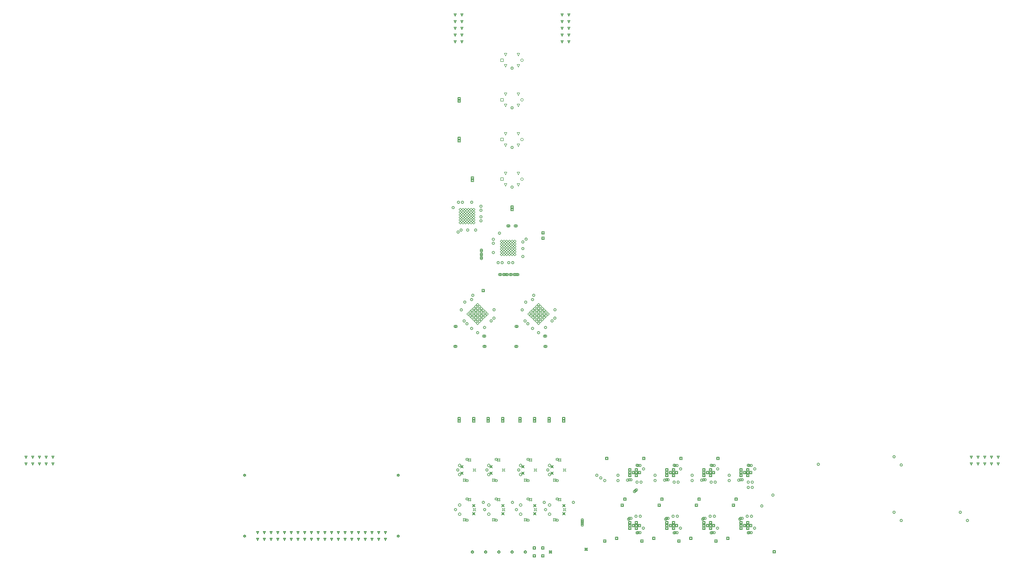
<source format=gbr>
%TF.GenerationSoftware,Altium Limited,Altium Designer,22.5.1 (42)*%
G04 Layer_Color=2752767*
%FSLAX26Y26*%
%MOIN*%
%TF.SameCoordinates,3C46EB80-FEDE-48F7-A63F-DE7BBD85CC47*%
%TF.FilePolarity,Positive*%
%TF.FileFunction,Drawing*%
%TF.Part,Single*%
G01*
G75*
%TA.AperFunction,NonConductor*%
%ADD173C,0.005000*%
%ADD174C,0.006667*%
%ADD175C,0.004000*%
D173*
X5288543Y3810000D02*
X5268543Y3850000D01*
X5308543D01*
X5288543Y3810000D01*
Y3818000D02*
X5276543Y3842000D01*
X5300543D01*
X5288543Y3818000D01*
X5188543Y3810000D02*
X5168543Y3850000D01*
X5208543D01*
X5188543Y3810000D01*
Y3818000D02*
X5176543Y3842000D01*
X5200543D01*
X5188543Y3818000D01*
X5088543Y3810000D02*
X5068543Y3850000D01*
X5108543D01*
X5088543Y3810000D01*
Y3818000D02*
X5076543Y3842000D01*
X5100543D01*
X5088543Y3818000D01*
X943307Y4831575D02*
X923307Y4871575D01*
X963307D01*
X943307Y4831575D01*
Y4839575D02*
X931307Y4863575D01*
X955307D01*
X943307Y4839575D01*
X1143307Y4831575D02*
X1123307Y4871575D01*
X1163307D01*
X1143307Y4831575D01*
Y4839575D02*
X1131307Y4863575D01*
X1155307D01*
X1143307Y4839575D01*
X1043307Y4831575D02*
X1023307Y4871575D01*
X1063307D01*
X1043307Y4831575D01*
Y4839575D02*
X1031307Y4863575D01*
X1055307D01*
X1043307Y4839575D01*
X843307Y4931575D02*
X823307Y4971575D01*
X863307D01*
X843307Y4931575D01*
Y4939575D02*
X831307Y4963575D01*
X855307D01*
X843307Y4939575D01*
X943307Y4931575D02*
X923307Y4971575D01*
X963307D01*
X943307Y4931575D01*
Y4939575D02*
X931307Y4963575D01*
X955307D01*
X943307Y4939575D01*
X1043307Y4931575D02*
X1023307Y4971575D01*
X1063307D01*
X1043307Y4931575D01*
Y4939575D02*
X1031307Y4963575D01*
X1055307D01*
X1043307Y4939575D01*
X1143307Y4931575D02*
X1123307Y4971575D01*
X1163307D01*
X1143307Y4931575D01*
Y4939575D02*
X1131307Y4963575D01*
X1155307D01*
X1143307Y4939575D01*
X1243307Y4931575D02*
X1223307Y4971575D01*
X1263307D01*
X1243307Y4931575D01*
Y4939575D02*
X1231307Y4963575D01*
X1255307D01*
X1243307Y4939575D01*
Y4831575D02*
X1223307Y4871575D01*
X1263307D01*
X1243307Y4831575D01*
Y4839575D02*
X1231307Y4863575D01*
X1255307D01*
X1243307Y4839575D01*
X843307Y4831575D02*
X823307Y4871575D01*
X863307D01*
X843307Y4831575D01*
Y4839575D02*
X831307Y4863575D01*
X855307D01*
X843307Y4839575D01*
X7225591Y11518583D02*
X7205591Y11558583D01*
X7245591D01*
X7225591Y11518583D01*
Y11526583D02*
X7213591Y11550583D01*
X7237591D01*
X7225591Y11526583D01*
Y11418583D02*
X7205591Y11458583D01*
X7245591D01*
X7225591Y11418583D01*
Y11426583D02*
X7213591Y11450583D01*
X7237591D01*
X7225591Y11426583D01*
Y11318583D02*
X7205591Y11358583D01*
X7245591D01*
X7225591Y11318583D01*
Y11326583D02*
X7213591Y11350583D01*
X7237591D01*
X7225591Y11326583D01*
Y11218583D02*
X7205591Y11258583D01*
X7245591D01*
X7225591Y11218583D01*
Y11226583D02*
X7213591Y11250583D01*
X7237591D01*
X7225591Y11226583D01*
Y11118583D02*
X7205591Y11158583D01*
X7245591D01*
X7225591Y11118583D01*
Y11126583D02*
X7213591Y11150583D01*
X7237591D01*
X7225591Y11126583D01*
X7325591Y11118583D02*
X7305591Y11158583D01*
X7345591D01*
X7325591Y11118583D01*
Y11126583D02*
X7313591Y11150583D01*
X7337591D01*
X7325591Y11126583D01*
Y11218583D02*
X7305591Y11258583D01*
X7345591D01*
X7325591Y11218583D01*
Y11226583D02*
X7313591Y11250583D01*
X7337591D01*
X7325591Y11226583D01*
Y11318583D02*
X7305591Y11358583D01*
X7345591D01*
X7325591Y11318583D01*
Y11326583D02*
X7313591Y11350583D01*
X7337591D01*
X7325591Y11326583D01*
Y11418583D02*
X7305591Y11458583D01*
X7345591D01*
X7325591Y11418583D01*
Y11426583D02*
X7313591Y11450583D01*
X7337591D01*
X7325591Y11426583D01*
Y11518583D02*
X7305591Y11558583D01*
X7345591D01*
X7325591Y11518583D01*
Y11526583D02*
X7313591Y11550583D01*
X7337591D01*
X7325591Y11526583D01*
X14898425Y4931575D02*
X14878425Y4971575D01*
X14918425D01*
X14898425Y4931575D01*
Y4939575D02*
X14886425Y4963575D01*
X14910425D01*
X14898425Y4939575D01*
X14998425Y4931575D02*
X14978425Y4971575D01*
X15018425D01*
X14998425Y4931575D01*
Y4939575D02*
X14986425Y4963575D01*
X15010425D01*
X14998425Y4939575D01*
X15098425Y4931575D02*
X15078425Y4971575D01*
X15118425D01*
X15098425Y4931575D01*
Y4939575D02*
X15086425Y4963575D01*
X15110425D01*
X15098425Y4939575D01*
X15198425Y4931575D02*
X15178425Y4971575D01*
X15218425D01*
X15198425Y4931575D01*
Y4939575D02*
X15186425Y4963575D01*
X15210425D01*
X15198425Y4939575D01*
X15298425Y4931575D02*
X15278425Y4971575D01*
X15318425D01*
X15298425Y4931575D01*
Y4939575D02*
X15286425Y4963575D01*
X15310425D01*
X15298425Y4939575D01*
Y4831575D02*
X15278425Y4871575D01*
X15318425D01*
X15298425Y4831575D01*
Y4839575D02*
X15286425Y4863575D01*
X15310425D01*
X15298425Y4839575D01*
X15198425Y4831575D02*
X15178425Y4871575D01*
X15218425D01*
X15198425Y4831575D01*
Y4839575D02*
X15186425Y4863575D01*
X15210425D01*
X15198425Y4839575D01*
X15098425Y4831575D02*
X15078425Y4871575D01*
X15118425D01*
X15098425Y4831575D01*
Y4839575D02*
X15086425Y4863575D01*
X15110425D01*
X15098425Y4839575D01*
X14998425Y4831575D02*
X14978425Y4871575D01*
X15018425D01*
X14998425Y4831575D01*
Y4839575D02*
X14986425Y4863575D01*
X15010425D01*
X14998425Y4839575D01*
X14898425Y4831575D02*
X14878425Y4871575D01*
X14918425D01*
X14898425Y4831575D01*
Y4839575D02*
X14886425Y4863575D01*
X14910425D01*
X14898425Y4839575D01*
X8916142Y11118583D02*
X8896142Y11158583D01*
X8936142D01*
X8916142Y11118583D01*
Y11126583D02*
X8904142Y11150583D01*
X8928142D01*
X8916142Y11126583D01*
Y11218583D02*
X8896142Y11258583D01*
X8936142D01*
X8916142Y11218583D01*
Y11226583D02*
X8904142Y11250583D01*
X8928142D01*
X8916142Y11226583D01*
Y11318583D02*
X8896142Y11358583D01*
X8936142D01*
X8916142Y11318583D01*
Y11326583D02*
X8904142Y11350583D01*
X8928142D01*
X8916142Y11326583D01*
Y11418583D02*
X8896142Y11458583D01*
X8936142D01*
X8916142Y11418583D01*
Y11426583D02*
X8904142Y11450583D01*
X8928142D01*
X8916142Y11426583D01*
Y11518583D02*
X8896142Y11558583D01*
X8936142D01*
X8916142Y11518583D01*
Y11526583D02*
X8904142Y11550583D01*
X8928142D01*
X8916142Y11526583D01*
X8816142Y11518583D02*
X8796142Y11558583D01*
X8836142D01*
X8816142Y11518583D01*
Y11526583D02*
X8804142Y11550583D01*
X8828142D01*
X8816142Y11526583D01*
Y11418583D02*
X8796142Y11458583D01*
X8836142D01*
X8816142Y11418583D01*
Y11426583D02*
X8804142Y11450583D01*
X8828142D01*
X8816142Y11426583D01*
Y11318583D02*
X8796142Y11358583D01*
X8836142D01*
X8816142Y11318583D01*
Y11326583D02*
X8804142Y11350583D01*
X8828142D01*
X8816142Y11326583D01*
Y11218583D02*
X8796142Y11258583D01*
X8836142D01*
X8816142Y11218583D01*
Y11226583D02*
X8804142Y11250583D01*
X8828142D01*
X8816142Y11226583D01*
Y11118583D02*
X8796142Y11158583D01*
X8836142D01*
X8816142Y11118583D01*
Y11126583D02*
X8804142Y11150583D01*
X8828142D01*
X8816142Y11126583D01*
X6188543Y3810000D02*
X6168543Y3850000D01*
X6208543D01*
X6188543Y3810000D01*
Y3818000D02*
X6176543Y3842000D01*
X6200543D01*
X6188543Y3818000D01*
Y3710000D02*
X6168543Y3750000D01*
X6208543D01*
X6188543Y3710000D01*
Y3718000D02*
X6176543Y3742000D01*
X6200543D01*
X6188543Y3718000D01*
X6088543Y3810000D02*
X6068543Y3850000D01*
X6108543D01*
X6088543Y3810000D01*
Y3818000D02*
X6076543Y3842000D01*
X6100543D01*
X6088543Y3818000D01*
Y3710000D02*
X6068543Y3750000D01*
X6108543D01*
X6088543Y3710000D01*
Y3718000D02*
X6076543Y3742000D01*
X6100543D01*
X6088543Y3718000D01*
X5988543Y3810000D02*
X5968543Y3850000D01*
X6008543D01*
X5988543Y3810000D01*
Y3818000D02*
X5976543Y3842000D01*
X6000543D01*
X5988543Y3818000D01*
Y3710000D02*
X5968543Y3750000D01*
X6008543D01*
X5988543Y3710000D01*
Y3718000D02*
X5976543Y3742000D01*
X6000543D01*
X5988543Y3718000D01*
X5888543Y3810000D02*
X5868543Y3850000D01*
X5908543D01*
X5888543Y3810000D01*
Y3818000D02*
X5876543Y3842000D01*
X5900543D01*
X5888543Y3818000D01*
Y3710000D02*
X5868543Y3750000D01*
X5908543D01*
X5888543Y3710000D01*
Y3718000D02*
X5876543Y3742000D01*
X5900543D01*
X5888543Y3718000D01*
X5788543Y3810000D02*
X5768543Y3850000D01*
X5808543D01*
X5788543Y3810000D01*
Y3818000D02*
X5776543Y3842000D01*
X5800543D01*
X5788543Y3818000D01*
Y3710000D02*
X5768543Y3750000D01*
X5808543D01*
X5788543Y3710000D01*
Y3718000D02*
X5776543Y3742000D01*
X5800543D01*
X5788543Y3718000D01*
X5688543Y3810000D02*
X5668543Y3850000D01*
X5708543D01*
X5688543Y3810000D01*
Y3818000D02*
X5676543Y3842000D01*
X5700543D01*
X5688543Y3818000D01*
Y3710000D02*
X5668543Y3750000D01*
X5708543D01*
X5688543Y3710000D01*
Y3718000D02*
X5676543Y3742000D01*
X5700543D01*
X5688543Y3718000D01*
X5588543Y3810000D02*
X5568543Y3850000D01*
X5608543D01*
X5588543Y3810000D01*
Y3818000D02*
X5576543Y3842000D01*
X5600543D01*
X5588543Y3818000D01*
Y3710000D02*
X5568543Y3750000D01*
X5608543D01*
X5588543Y3710000D01*
Y3718000D02*
X5576543Y3742000D01*
X5600543D01*
X5588543Y3718000D01*
X5488543Y3810000D02*
X5468543Y3850000D01*
X5508543D01*
X5488543Y3810000D01*
Y3818000D02*
X5476543Y3842000D01*
X5500543D01*
X5488543Y3818000D01*
Y3710000D02*
X5468543Y3750000D01*
X5508543D01*
X5488543Y3710000D01*
Y3718000D02*
X5476543Y3742000D01*
X5500543D01*
X5488543Y3718000D01*
X5388543Y3810000D02*
X5368543Y3850000D01*
X5408543D01*
X5388543Y3810000D01*
Y3818000D02*
X5376543Y3842000D01*
X5400543D01*
X5388543Y3818000D01*
Y3710000D02*
X5368543Y3750000D01*
X5408543D01*
X5388543Y3710000D01*
Y3718000D02*
X5376543Y3742000D01*
X5400543D01*
X5388543Y3718000D01*
X5288543Y3710000D02*
X5268543Y3750000D01*
X5308543D01*
X5288543Y3710000D01*
Y3718000D02*
X5276543Y3742000D01*
X5300543D01*
X5288543Y3718000D01*
X5188543Y3710000D02*
X5168543Y3750000D01*
X5208543D01*
X5188543Y3710000D01*
Y3718000D02*
X5176543Y3742000D01*
X5200543D01*
X5188543Y3718000D01*
X5088543Y3710000D02*
X5068543Y3750000D01*
X5108543D01*
X5088543Y3710000D01*
Y3718000D02*
X5076543Y3742000D01*
X5100543D01*
X5088543Y3718000D01*
X4988543Y3810000D02*
X4968543Y3850000D01*
X5008543D01*
X4988543Y3810000D01*
Y3818000D02*
X4976543Y3842000D01*
X5000543D01*
X4988543Y3818000D01*
Y3710000D02*
X4968543Y3750000D01*
X5008543D01*
X4988543Y3710000D01*
Y3718000D02*
X4976543Y3742000D01*
X5000543D01*
X4988543Y3718000D01*
X4888543Y3810000D02*
X4868543Y3850000D01*
X4908543D01*
X4888543Y3810000D01*
Y3818000D02*
X4876543Y3842000D01*
X4900543D01*
X4888543Y3818000D01*
Y3710000D02*
X4868543Y3750000D01*
X4908543D01*
X4888543Y3710000D01*
Y3718000D02*
X4876543Y3742000D01*
X4900543D01*
X4888543Y3718000D01*
X4788543Y3810000D02*
X4768543Y3850000D01*
X4808543D01*
X4788543Y3810000D01*
Y3818000D02*
X4776543Y3842000D01*
X4800543D01*
X4788543Y3818000D01*
Y3710000D02*
X4768543Y3750000D01*
X4808543D01*
X4788543Y3710000D01*
Y3718000D02*
X4776543Y3742000D01*
X4800543D01*
X4788543Y3718000D01*
X4688543Y3810000D02*
X4668543Y3850000D01*
X4708543D01*
X4688543Y3810000D01*
Y3818000D02*
X4676543Y3842000D01*
X4700543D01*
X4688543Y3818000D01*
Y3710000D02*
X4668543Y3750000D01*
X4708543D01*
X4688543Y3710000D01*
Y3718000D02*
X4676543Y3742000D01*
X4700543D01*
X4688543Y3718000D01*
X4588543Y3810000D02*
X4568543Y3850000D01*
X4608543D01*
X4588543Y3810000D01*
Y3818000D02*
X4576543Y3842000D01*
X4600543D01*
X4588543Y3818000D01*
Y3710000D02*
X4568543Y3750000D01*
X4608543D01*
X4588543Y3710000D01*
Y3718000D02*
X4576543Y3742000D01*
X4600543D01*
X4588543Y3718000D01*
X4488543Y3810000D02*
X4468543Y3850000D01*
X4508543D01*
X4488543Y3810000D01*
Y3818000D02*
X4476543Y3842000D01*
X4500543D01*
X4488543Y3818000D01*
Y3710000D02*
X4468543Y3750000D01*
X4508543D01*
X4488543Y3710000D01*
Y3718000D02*
X4476543Y3742000D01*
X4500543D01*
X4488543Y3718000D01*
X4388543Y3810000D02*
X4368543Y3850000D01*
X4408543D01*
X4388543Y3810000D01*
Y3818000D02*
X4376543Y3842000D01*
X4400543D01*
X4388543Y3818000D01*
Y3710000D02*
X4368543Y3750000D01*
X4408543D01*
X4388543Y3710000D01*
Y3718000D02*
X4376543Y3742000D01*
X4400543D01*
X4388543Y3718000D01*
X4288543Y3810000D02*
X4268543Y3850000D01*
X4308543D01*
X4288543Y3810000D01*
Y3818000D02*
X4276543Y3842000D01*
X4300543D01*
X4288543Y3818000D01*
Y3710000D02*
X4268543Y3750000D01*
X4308543D01*
X4288543Y3710000D01*
Y3718000D02*
X4276543Y3742000D01*
X4300543D01*
X4288543Y3718000D01*
X6377953Y3759528D02*
X6387953Y3769528D01*
X6397953D01*
X6387953Y3779528D01*
X6397953Y3789528D01*
X6387953D01*
X6377953Y3799528D01*
X6367953Y3789528D01*
X6357953D01*
X6367953Y3779528D01*
X6357953Y3769528D01*
X6367953D01*
X6377953Y3759528D01*
Y3767528D02*
X6383953Y3773528D01*
X6389953D01*
X6383953Y3779528D01*
X6389953Y3785528D01*
X6383953D01*
X6377953Y3791528D01*
X6371953Y3785528D01*
X6365953D01*
X6371953Y3779528D01*
X6365953Y3773528D01*
X6371953D01*
X6377953Y3767528D01*
X6377953Y4665039D02*
X6387953Y4675039D01*
X6397953D01*
X6387953Y4685039D01*
X6397953Y4695039D01*
X6387953D01*
X6377953Y4705039D01*
X6367953Y4695039D01*
X6357953D01*
X6367953Y4685039D01*
X6357953Y4675039D01*
X6367953D01*
X6377953Y4665039D01*
Y4673039D02*
X6383953Y4679039D01*
X6389953D01*
X6383953Y4685039D01*
X6389953Y4691039D01*
X6383953D01*
X6377953Y4697039D01*
X6371953Y4691039D01*
X6365953D01*
X6371953Y4685039D01*
X6365953Y4679039D01*
X6371953D01*
X6377953Y4673039D01*
X4094488Y4665039D02*
X4104488Y4675039D01*
X4114488D01*
X4104488Y4685039D01*
X4114488Y4695039D01*
X4104488D01*
X4094488Y4705039D01*
X4084488Y4695039D01*
X4074488D01*
X4084488Y4685039D01*
X4074488Y4675039D01*
X4084488D01*
X4094488Y4665039D01*
Y4673039D02*
X4100488Y4679039D01*
X4106488D01*
X4100488Y4685039D01*
X4106488Y4691039D01*
X4100488D01*
X4094488Y4697039D01*
X4088488Y4691039D01*
X4082488D01*
X4088488Y4685039D01*
X4082488Y4679039D01*
X4088488D01*
X4094488Y4673039D01*
Y3759528D02*
X4104488Y3769528D01*
X4114488D01*
X4104488Y3779528D01*
X4114488Y3789528D01*
X4104488D01*
X4094488Y3799528D01*
X4084488Y3789528D01*
X4074488D01*
X4084488Y3779528D01*
X4074488Y3769528D01*
X4084488D01*
X4094488Y3759528D01*
Y3767528D02*
X4100488Y3773528D01*
X4106488D01*
X4100488Y3779528D01*
X4106488Y3785528D01*
X4100488D01*
X4094488Y3791528D01*
X4088488Y3785528D01*
X4082488D01*
X4088488Y3779528D01*
X4082488Y3773528D01*
X4088488D01*
X4094488Y3767528D01*
X7903228Y10846142D02*
Y10886142D01*
X7943228D01*
Y10846142D01*
X7903228D01*
X8165354Y10761496D02*
X8145354Y10801496D01*
X8185354D01*
X8165354Y10761496D01*
X7976378D02*
X7956378Y10801496D01*
X7996378D01*
X7976378Y10761496D01*
Y10930787D02*
X7956378Y10970787D01*
X7996378D01*
X7976378Y10930787D01*
X8165354D02*
X8145354Y10970787D01*
X8185354D01*
X8165354Y10930787D01*
X7903228Y10255591D02*
Y10295591D01*
X7943228D01*
Y10255591D01*
X7903228D01*
X8165354Y10170945D02*
X8145354Y10210945D01*
X8185354D01*
X8165354Y10170945D01*
X7976378D02*
X7956378Y10210945D01*
X7996378D01*
X7976378Y10170945D01*
Y10340236D02*
X7956378Y10380236D01*
X7996378D01*
X7976378Y10340236D01*
X8165354D02*
X8145354Y10380236D01*
X8185354D01*
X8165354Y10340236D01*
X7903228Y9665039D02*
Y9705039D01*
X7943228D01*
Y9665039D01*
X7903228D01*
X8165354Y9580394D02*
X8145354Y9620394D01*
X8185354D01*
X8165354Y9580394D01*
X7976378D02*
X7956378Y9620394D01*
X7996378D01*
X7976378Y9580394D01*
Y9749685D02*
X7956378Y9789685D01*
X7996378D01*
X7976378Y9749685D01*
X8165354D02*
X8145354Y9789685D01*
X8185354D01*
X8165354Y9749685D01*
X7903228Y9074488D02*
Y9114488D01*
X7943228D01*
Y9074488D01*
X7903228D01*
X8165354Y8989843D02*
X8145354Y9029843D01*
X8185354D01*
X8165354Y8989843D01*
X7976378D02*
X7956378Y9029843D01*
X7996378D01*
X7976378Y8989843D01*
Y9159134D02*
X7956378Y9199134D01*
X7996378D01*
X7976378Y9159134D01*
X8165354D02*
X8145354Y9199134D01*
X8185354D01*
X8165354Y9159134D01*
X7401575Y4585905D02*
X7411575Y4595905D01*
X7421575D01*
X7411575Y4605905D01*
X7421575Y4615905D01*
X7411575D01*
X7401575Y4625905D01*
X7391575Y4615905D01*
X7381575D01*
X7391575Y4605905D01*
X7381575Y4595905D01*
X7391575D01*
X7401575Y4585905D01*
Y4901653D02*
X7411575Y4911653D01*
X7421575D01*
X7411575Y4921653D01*
X7421575Y4931653D01*
X7411575D01*
X7401575Y4941653D01*
X7391575Y4931653D01*
X7381575D01*
X7391575Y4921653D01*
X7381575Y4911653D01*
X7391575D01*
X7401575Y4901653D01*
X7491811Y4743779D02*
X7501811Y4763779D01*
X7491811Y4783779D01*
X7511811Y4773779D01*
X7531811Y4783779D01*
X7521811Y4763779D01*
X7531811Y4743779D01*
X7511811Y4753779D01*
X7491811Y4743779D01*
X7281339Y4684882D02*
Y4674882D01*
X7301339D01*
Y4684882D01*
X7311339D01*
Y4704882D01*
X7301339D01*
Y4714882D01*
X7281339D01*
Y4704882D01*
X7271339D01*
Y4684882D01*
X7281339D01*
Y4822677D02*
Y4812677D01*
X7301339D01*
Y4822677D01*
X7311339D01*
Y4842677D01*
X7301339D01*
Y4852677D01*
X7281339D01*
Y4842677D01*
X7271339D01*
Y4822677D01*
X7281339D01*
X7418189Y4893779D02*
X7428189D01*
X7438189Y4903779D01*
X7448189Y4893779D01*
X7458189D01*
Y4903779D01*
X7448189Y4913779D01*
X7458189Y4923779D01*
Y4933779D01*
X7448189D01*
X7438189Y4923779D01*
X7428189Y4933779D01*
X7418189D01*
Y4923779D01*
X7428189Y4913779D01*
X7418189Y4903779D01*
Y4893779D01*
X7344961Y4593779D02*
X7354961D01*
X7364961Y4603779D01*
X7374961Y4593779D01*
X7384961D01*
Y4603779D01*
X7374961Y4613779D01*
X7384961Y4623779D01*
Y4633779D01*
X7374961D01*
X7364961Y4623779D01*
X7354961Y4633779D01*
X7344961D01*
Y4623779D01*
X7354961Y4613779D01*
X7344961Y4603779D01*
Y4593779D01*
X8307087Y3995354D02*
X8317087Y4005354D01*
X8327087D01*
X8317087Y4015354D01*
X8327087Y4025354D01*
X8317087D01*
X8307087Y4035354D01*
X8297087Y4025354D01*
X8287087D01*
X8297087Y4015354D01*
X8287087Y4005354D01*
X8297087D01*
X8307087Y3995354D01*
Y4311102D02*
X8317087Y4321102D01*
X8327087D01*
X8317087Y4331102D01*
X8327087Y4341102D01*
X8317087D01*
X8307087Y4351102D01*
X8297087Y4341102D01*
X8287087D01*
X8297087Y4331102D01*
X8287087Y4321102D01*
X8297087D01*
X8307087Y4311102D01*
X8397323Y4153228D02*
X8407323Y4173228D01*
X8397323Y4193228D01*
X8417323Y4183228D01*
X8437323Y4193228D01*
X8427323Y4173228D01*
X8437323Y4153228D01*
X8417323Y4163228D01*
X8397323Y4153228D01*
X8186850Y4094331D02*
Y4084331D01*
X8206850D01*
Y4094331D01*
X8216850D01*
Y4114331D01*
X8206850D01*
Y4124331D01*
X8186850D01*
Y4114331D01*
X8176850D01*
Y4094331D01*
X8186850D01*
Y4232126D02*
Y4222126D01*
X8206850D01*
Y4232126D01*
X8216850D01*
Y4252126D01*
X8206850D01*
Y4262126D01*
X8186850D01*
Y4252126D01*
X8176850D01*
Y4232126D01*
X8186850D01*
X8323701Y4303228D02*
X8333701D01*
X8343701Y4313228D01*
X8353701Y4303228D01*
X8363701D01*
Y4313228D01*
X8353701Y4323228D01*
X8363701Y4333228D01*
Y4343228D01*
X8353701D01*
X8343701Y4333228D01*
X8333701Y4343228D01*
X8323701D01*
Y4333228D01*
X8333701Y4323228D01*
X8323701Y4313228D01*
Y4303228D01*
X8250472Y4003228D02*
X8260472D01*
X8270472Y4013228D01*
X8280472Y4003228D01*
X8290472D01*
Y4013228D01*
X8280472Y4023228D01*
X8290472Y4033228D01*
Y4043228D01*
X8280472D01*
X8270472Y4033228D01*
X8260472Y4043228D01*
X8250472D01*
Y4033228D01*
X8260472Y4023228D01*
X8250472Y4013228D01*
Y4003228D01*
X8740157Y4585905D02*
X8750157Y4595905D01*
X8760157D01*
X8750157Y4605905D01*
X8760157Y4615905D01*
X8750157D01*
X8740157Y4625905D01*
X8730157Y4615905D01*
X8720157D01*
X8730157Y4605905D01*
X8720157Y4595905D01*
X8730157D01*
X8740157Y4585905D01*
Y4901653D02*
X8750157Y4911653D01*
X8760157D01*
X8750157Y4921653D01*
X8760157Y4931653D01*
X8750157D01*
X8740157Y4941653D01*
X8730157Y4931653D01*
X8720157D01*
X8730157Y4921653D01*
X8720157Y4911653D01*
X8730157D01*
X8740157Y4901653D01*
X8830394Y4743779D02*
X8840394Y4763779D01*
X8830394Y4783779D01*
X8850394Y4773779D01*
X8870394Y4783779D01*
X8860394Y4763779D01*
X8870394Y4743779D01*
X8850394Y4753779D01*
X8830394Y4743779D01*
X8619921Y4684882D02*
Y4674882D01*
X8639921D01*
Y4684882D01*
X8649921D01*
Y4704882D01*
X8639921D01*
Y4714882D01*
X8619921D01*
Y4704882D01*
X8609921D01*
Y4684882D01*
X8619921D01*
Y4822677D02*
Y4812677D01*
X8639921D01*
Y4822677D01*
X8649921D01*
Y4842677D01*
X8639921D01*
Y4852677D01*
X8619921D01*
Y4842677D01*
X8609921D01*
Y4822677D01*
X8619921D01*
X8756772Y4893779D02*
X8766772D01*
X8776772Y4903779D01*
X8786772Y4893779D01*
X8796772D01*
Y4903779D01*
X8786772Y4913779D01*
X8796772Y4923779D01*
Y4933779D01*
X8786772D01*
X8776772Y4923779D01*
X8766772Y4933779D01*
X8756772D01*
Y4923779D01*
X8766772Y4913779D01*
X8756772Y4903779D01*
Y4893779D01*
X8683543Y4593779D02*
X8693543D01*
X8703543Y4603779D01*
X8713543Y4593779D01*
X8723543D01*
Y4603779D01*
X8713543Y4613779D01*
X8723543Y4623779D01*
Y4633779D01*
X8713543D01*
X8703543Y4623779D01*
X8693543Y4633779D01*
X8683543D01*
Y4623779D01*
X8693543Y4613779D01*
X8683543Y4603779D01*
Y4593779D01*
X8307087Y4585905D02*
X8317087Y4595905D01*
X8327087D01*
X8317087Y4605905D01*
X8327087Y4615905D01*
X8317087D01*
X8307087Y4625905D01*
X8297087Y4615905D01*
X8287087D01*
X8297087Y4605905D01*
X8287087Y4595905D01*
X8297087D01*
X8307087Y4585905D01*
Y4901653D02*
X8317087Y4911653D01*
X8327087D01*
X8317087Y4921653D01*
X8327087Y4931653D01*
X8317087D01*
X8307087Y4941653D01*
X8297087Y4931653D01*
X8287087D01*
X8297087Y4921653D01*
X8287087Y4911653D01*
X8297087D01*
X8307087Y4901653D01*
X8397323Y4743779D02*
X8407323Y4763779D01*
X8397323Y4783779D01*
X8417323Y4773779D01*
X8437323Y4783779D01*
X8427323Y4763779D01*
X8437323Y4743779D01*
X8417323Y4753779D01*
X8397323Y4743779D01*
X8186850Y4684882D02*
Y4674882D01*
X8206850D01*
Y4684882D01*
X8216850D01*
Y4704882D01*
X8206850D01*
Y4714882D01*
X8186850D01*
Y4704882D01*
X8176850D01*
Y4684882D01*
X8186850D01*
Y4822677D02*
Y4812677D01*
X8206850D01*
Y4822677D01*
X8216850D01*
Y4842677D01*
X8206850D01*
Y4852677D01*
X8186850D01*
Y4842677D01*
X8176850D01*
Y4822677D01*
X8186850D01*
X8323701Y4893779D02*
X8333701D01*
X8343701Y4903779D01*
X8353701Y4893779D01*
X8363701D01*
Y4903779D01*
X8353701Y4913779D01*
X8363701Y4923779D01*
Y4933779D01*
X8353701D01*
X8343701Y4923779D01*
X8333701Y4933779D01*
X8323701D01*
Y4923779D01*
X8333701Y4913779D01*
X8323701Y4903779D01*
Y4893779D01*
X8250472Y4593779D02*
X8260472D01*
X8270472Y4603779D01*
X8280472Y4593779D01*
X8290472D01*
Y4603779D01*
X8280472Y4613779D01*
X8290472Y4623779D01*
Y4633779D01*
X8280472D01*
X8270472Y4623779D01*
X8260472Y4633779D01*
X8250472D01*
Y4623779D01*
X8260472Y4613779D01*
X8250472Y4603779D01*
Y4593779D01*
X8740157Y3995354D02*
X8750157Y4005354D01*
X8760157D01*
X8750157Y4015354D01*
X8760157Y4025354D01*
X8750157D01*
X8740157Y4035354D01*
X8730157Y4025354D01*
X8720157D01*
X8730157Y4015354D01*
X8720157Y4005354D01*
X8730157D01*
X8740157Y3995354D01*
Y4311102D02*
X8750157Y4321102D01*
X8760157D01*
X8750157Y4331102D01*
X8760157Y4341102D01*
X8750157D01*
X8740157Y4351102D01*
X8730157Y4341102D01*
X8720157D01*
X8730157Y4331102D01*
X8720157Y4321102D01*
X8730157D01*
X8740157Y4311102D01*
X8830394Y4153228D02*
X8840394Y4173228D01*
X8830394Y4193228D01*
X8850394Y4183228D01*
X8870394Y4193228D01*
X8860394Y4173228D01*
X8870394Y4153228D01*
X8850394Y4163228D01*
X8830394Y4153228D01*
X8619921Y4094331D02*
Y4084331D01*
X8639921D01*
Y4094331D01*
X8649921D01*
Y4114331D01*
X8639921D01*
Y4124331D01*
X8619921D01*
Y4114331D01*
X8609921D01*
Y4094331D01*
X8619921D01*
Y4232126D02*
Y4222126D01*
X8639921D01*
Y4232126D01*
X8649921D01*
Y4252126D01*
X8639921D01*
Y4262126D01*
X8619921D01*
Y4252126D01*
X8609921D01*
Y4232126D01*
X8619921D01*
X8756772Y4303228D02*
X8766772D01*
X8776772Y4313228D01*
X8786772Y4303228D01*
X8796772D01*
Y4313228D01*
X8786772Y4323228D01*
X8796772Y4333228D01*
Y4343228D01*
X8786772D01*
X8776772Y4333228D01*
X8766772Y4343228D01*
X8756772D01*
Y4333228D01*
X8766772Y4323228D01*
X8756772Y4313228D01*
Y4303228D01*
X8683543Y4003228D02*
X8693543D01*
X8703543Y4013228D01*
X8713543Y4003228D01*
X8723543D01*
Y4013228D01*
X8713543Y4023228D01*
X8723543Y4033228D01*
Y4043228D01*
X8713543D01*
X8703543Y4033228D01*
X8693543Y4043228D01*
X8683543D01*
Y4033228D01*
X8693543Y4023228D01*
X8683543Y4013228D01*
Y4003228D01*
X7834646Y3995354D02*
X7844646Y4005354D01*
X7854646D01*
X7844646Y4015354D01*
X7854646Y4025354D01*
X7844646D01*
X7834646Y4035354D01*
X7824646Y4025354D01*
X7814646D01*
X7824646Y4015354D01*
X7814646Y4005354D01*
X7824646D01*
X7834646Y3995354D01*
Y4311102D02*
X7844646Y4321102D01*
X7854646D01*
X7844646Y4331102D01*
X7854646Y4341102D01*
X7844646D01*
X7834646Y4351102D01*
X7824646Y4341102D01*
X7814646D01*
X7824646Y4331102D01*
X7814646Y4321102D01*
X7824646D01*
X7834646Y4311102D01*
X7924882Y4153228D02*
X7934882Y4173228D01*
X7924882Y4193228D01*
X7944882Y4183228D01*
X7964882Y4193228D01*
X7954882Y4173228D01*
X7964882Y4153228D01*
X7944882Y4163228D01*
X7924882Y4153228D01*
X7714409Y4094331D02*
Y4084331D01*
X7734409D01*
Y4094331D01*
X7744409D01*
Y4114331D01*
X7734409D01*
Y4124331D01*
X7714409D01*
Y4114331D01*
X7704409D01*
Y4094331D01*
X7714409D01*
Y4232126D02*
Y4222126D01*
X7734409D01*
Y4232126D01*
X7744409D01*
Y4252126D01*
X7734409D01*
Y4262126D01*
X7714409D01*
Y4252126D01*
X7704409D01*
Y4232126D01*
X7714409D01*
X7851260Y4303228D02*
X7861260D01*
X7871260Y4313228D01*
X7881260Y4303228D01*
X7891260D01*
Y4313228D01*
X7881260Y4323228D01*
X7891260Y4333228D01*
Y4343228D01*
X7881260D01*
X7871260Y4333228D01*
X7861260Y4343228D01*
X7851260D01*
Y4333228D01*
X7861260Y4323228D01*
X7851260Y4313228D01*
Y4303228D01*
X7778032Y4003228D02*
X7788032D01*
X7798032Y4013228D01*
X7808032Y4003228D01*
X7818032D01*
Y4013228D01*
X7808032Y4023228D01*
X7818032Y4033228D01*
Y4043228D01*
X7808032D01*
X7798032Y4033228D01*
X7788032Y4043228D01*
X7778032D01*
Y4033228D01*
X7788032Y4023228D01*
X7778032Y4013228D01*
Y4003228D01*
X7834646Y4585905D02*
X7844646Y4595905D01*
X7854646D01*
X7844646Y4605905D01*
X7854646Y4615905D01*
X7844646D01*
X7834646Y4625905D01*
X7824646Y4615905D01*
X7814646D01*
X7824646Y4605905D01*
X7814646Y4595905D01*
X7824646D01*
X7834646Y4585905D01*
Y4901653D02*
X7844646Y4911653D01*
X7854646D01*
X7844646Y4921653D01*
X7854646Y4931653D01*
X7844646D01*
X7834646Y4941653D01*
X7824646Y4931653D01*
X7814646D01*
X7824646Y4921653D01*
X7814646Y4911653D01*
X7824646D01*
X7834646Y4901653D01*
X7924882Y4743779D02*
X7934882Y4763779D01*
X7924882Y4783779D01*
X7944882Y4773779D01*
X7964882Y4783779D01*
X7954882Y4763779D01*
X7964882Y4743779D01*
X7944882Y4753779D01*
X7924882Y4743779D01*
X7714409Y4684882D02*
Y4674882D01*
X7734409D01*
Y4684882D01*
X7744409D01*
Y4704882D01*
X7734409D01*
Y4714882D01*
X7714409D01*
Y4704882D01*
X7704409D01*
Y4684882D01*
X7714409D01*
Y4822677D02*
Y4812677D01*
X7734409D01*
Y4822677D01*
X7744409D01*
Y4842677D01*
X7734409D01*
Y4852677D01*
X7714409D01*
Y4842677D01*
X7704409D01*
Y4822677D01*
X7714409D01*
X7851260Y4893779D02*
X7861260D01*
X7871260Y4903779D01*
X7881260Y4893779D01*
X7891260D01*
Y4903779D01*
X7881260Y4913779D01*
X7891260Y4923779D01*
Y4933779D01*
X7881260D01*
X7871260Y4923779D01*
X7861260Y4933779D01*
X7851260D01*
Y4923779D01*
X7861260Y4913779D01*
X7851260Y4903779D01*
Y4893779D01*
X7778032Y4593779D02*
X7788032D01*
X7798032Y4603779D01*
X7808032Y4593779D01*
X7818032D01*
Y4603779D01*
X7808032Y4613779D01*
X7818032Y4623779D01*
Y4633779D01*
X7808032D01*
X7798032Y4623779D01*
X7788032Y4633779D01*
X7778032D01*
Y4623779D01*
X7788032Y4613779D01*
X7778032Y4603779D01*
Y4593779D01*
X7401575Y3995354D02*
X7411575Y4005354D01*
X7421575D01*
X7411575Y4015354D01*
X7421575Y4025354D01*
X7411575D01*
X7401575Y4035354D01*
X7391575Y4025354D01*
X7381575D01*
X7391575Y4015354D01*
X7381575Y4005354D01*
X7391575D01*
X7401575Y3995354D01*
Y4311102D02*
X7411575Y4321102D01*
X7421575D01*
X7411575Y4331102D01*
X7421575Y4341102D01*
X7411575D01*
X7401575Y4351102D01*
X7391575Y4341102D01*
X7381575D01*
X7391575Y4331102D01*
X7381575Y4321102D01*
X7391575D01*
X7401575Y4311102D01*
X7491811Y4153228D02*
X7501811Y4173228D01*
X7491811Y4193228D01*
X7511811Y4183228D01*
X7531811Y4193228D01*
X7521811Y4173228D01*
X7531811Y4153228D01*
X7511811Y4163228D01*
X7491811Y4153228D01*
X7281339Y4094331D02*
Y4084331D01*
X7301339D01*
Y4094331D01*
X7311339D01*
Y4114331D01*
X7301339D01*
Y4124331D01*
X7281339D01*
Y4114331D01*
X7271339D01*
Y4094331D01*
X7281339D01*
Y4232126D02*
Y4222126D01*
X7301339D01*
Y4232126D01*
X7311339D01*
Y4252126D01*
X7301339D01*
Y4262126D01*
X7281339D01*
Y4252126D01*
X7271339D01*
Y4232126D01*
X7281339D01*
X7418189Y4303228D02*
X7428189D01*
X7438189Y4313228D01*
X7448189Y4303228D01*
X7458189D01*
Y4313228D01*
X7448189Y4323228D01*
X7458189Y4333228D01*
Y4343228D01*
X7448189D01*
X7438189Y4333228D01*
X7428189Y4343228D01*
X7418189D01*
Y4333228D01*
X7428189Y4323228D01*
X7418189Y4313228D01*
Y4303228D01*
X7344961Y4003228D02*
X7354961D01*
X7364961Y4013228D01*
X7374961Y4003228D01*
X7384961D01*
Y4013228D01*
X7374961Y4023228D01*
X7384961Y4033228D01*
Y4043228D01*
X7374961D01*
X7364961Y4033228D01*
X7354961Y4043228D01*
X7344961D01*
Y4033228D01*
X7354961Y4023228D01*
X7344961Y4013228D01*
Y4003228D01*
X8621732Y3523307D02*
X8631732D01*
X8641732Y3533307D01*
X8651732Y3523307D01*
X8661732D01*
Y3533307D01*
X8651732Y3543307D01*
X8661732Y3553307D01*
Y3563307D01*
X8651732D01*
X8641732Y3553307D01*
X8631732Y3563307D01*
X8621732D01*
Y3553307D01*
X8631732Y3543307D01*
X8621732Y3533307D01*
Y3523307D01*
X8629732Y3531307D02*
X8635732D01*
X8641732Y3537307D01*
X8647732Y3531307D01*
X8653732D01*
Y3537307D01*
X8647732Y3543307D01*
X8653732Y3549307D01*
Y3555307D01*
X8647732D01*
X8641732Y3549307D01*
X8635732Y3555307D01*
X8629732D01*
Y3549307D01*
X8635732Y3543307D01*
X8629732Y3537307D01*
Y3531307D01*
X11948504Y3527244D02*
Y3567244D01*
X11988504D01*
Y3527244D01*
X11948504D01*
X11956504Y3535244D02*
Y3559244D01*
X11980504D01*
Y3535244D01*
X11956504D01*
X9153228Y3562677D02*
X9163228D01*
X9173228Y3572677D01*
X9183228Y3562677D01*
X9193228D01*
Y3572677D01*
X9183228Y3582677D01*
X9193228Y3592677D01*
Y3602677D01*
X9183228D01*
X9173228Y3592677D01*
X9163228Y3602677D01*
X9153228D01*
Y3592677D01*
X9163228Y3582677D01*
X9153228Y3572677D01*
Y3562677D01*
X9161228Y3570677D02*
X9167228D01*
X9173228Y3576677D01*
X9179228Y3570677D01*
X9185228D01*
Y3576677D01*
X9179228Y3582677D01*
X9185228Y3588677D01*
Y3594677D01*
X9179228D01*
X9173228Y3588677D01*
X9167228Y3594677D01*
X9161228D01*
Y3588677D01*
X9167228Y3582677D01*
X9161228Y3576677D01*
Y3570677D01*
X8507559Y3464252D02*
Y3504252D01*
X8547559D01*
Y3464252D01*
X8507559D01*
X8515559Y3472252D02*
Y3496252D01*
X8539559D01*
Y3472252D01*
X8515559D01*
X8381575Y3464252D02*
Y3504252D01*
X8421575D01*
Y3464252D01*
X8381575D01*
X8389575Y3472252D02*
Y3496252D01*
X8413575D01*
Y3472252D01*
X8389575D01*
X8507559Y3582362D02*
Y3622362D01*
X8547559D01*
Y3582362D01*
X8507559D01*
X8515559Y3590362D02*
Y3614362D01*
X8539559D01*
Y3590362D01*
X8515559D01*
X8381575Y3582362D02*
Y3622362D01*
X8421575D01*
Y3582362D01*
X8381575D01*
X8389575Y3590362D02*
Y3614362D01*
X8413575D01*
Y3590362D01*
X8389575D01*
X8257717Y3533307D02*
Y3523307D01*
X8277717D01*
Y3533307D01*
X8287717D01*
Y3553307D01*
X8277717D01*
Y3563307D01*
X8257717D01*
Y3553307D01*
X8247717D01*
Y3533307D01*
X8257717D01*
X8261717Y3537307D02*
Y3531307D01*
X8273717D01*
Y3537307D01*
X8279717D01*
Y3549307D01*
X8273717D01*
Y3555307D01*
X8261717D01*
Y3549307D01*
X8255717D01*
Y3537307D01*
X8261717D01*
X8060866Y3533307D02*
Y3523307D01*
X8080866D01*
Y3533307D01*
X8090866D01*
Y3553307D01*
X8080866D01*
Y3563307D01*
X8060866D01*
Y3553307D01*
X8050866D01*
Y3533307D01*
X8060866D01*
X8064866Y3537307D02*
Y3531307D01*
X8076866D01*
Y3537307D01*
X8082866D01*
Y3549307D01*
X8076866D01*
Y3555307D01*
X8064866D01*
Y3549307D01*
X8058866D01*
Y3537307D01*
X8064866D01*
X7864016Y3533307D02*
Y3523307D01*
X7884016D01*
Y3533307D01*
X7894016D01*
Y3553307D01*
X7884016D01*
Y3563307D01*
X7864016D01*
Y3553307D01*
X7854016D01*
Y3533307D01*
X7864016D01*
X7868016Y3537307D02*
Y3531307D01*
X7880016D01*
Y3537307D01*
X7886016D01*
Y3549307D01*
X7880016D01*
Y3555307D01*
X7868016D01*
Y3549307D01*
X7862016D01*
Y3537307D01*
X7868016D01*
X7667165Y3533307D02*
Y3523307D01*
X7687165D01*
Y3533307D01*
X7697165D01*
Y3553307D01*
X7687165D01*
Y3563307D01*
X7667165D01*
Y3553307D01*
X7657165D01*
Y3533307D01*
X7667165D01*
X7671165Y3537307D02*
Y3531307D01*
X7683165D01*
Y3537307D01*
X7689165D01*
Y3549307D01*
X7683165D01*
Y3555307D01*
X7671165D01*
Y3549307D01*
X7665165D01*
Y3537307D01*
X7671165D01*
X7470315Y3533307D02*
Y3523307D01*
X7490315D01*
Y3533307D01*
X7500315D01*
Y3553307D01*
X7490315D01*
Y3563307D01*
X7470315D01*
Y3553307D01*
X7460315D01*
Y3533307D01*
X7470315D01*
X7474315Y3537307D02*
Y3531307D01*
X7486315D01*
Y3537307D01*
X7492315D01*
Y3549307D01*
X7486315D01*
Y3555307D01*
X7474315D01*
Y3549307D01*
X7468315D01*
Y3537307D01*
X7474315D01*
X9728031Y4310709D02*
Y4350709D01*
X9768031D01*
Y4310709D01*
X9728031D01*
X9736031Y4318709D02*
Y4342709D01*
X9760031D01*
Y4318709D01*
X9736031D01*
X10830394Y4310709D02*
Y4350709D01*
X10870394D01*
Y4310709D01*
X10830394D01*
X10838394Y4318709D02*
Y4342709D01*
X10862394D01*
Y4318709D01*
X10838394D01*
X9728031Y4310709D02*
Y4350709D01*
X9768031D01*
Y4310709D01*
X9728031D01*
X9736031Y4318709D02*
Y4342709D01*
X9760031D01*
Y4318709D01*
X9736031D01*
X10279213Y4310709D02*
Y4350709D01*
X10319213D01*
Y4310709D01*
X10279213D01*
X10287213Y4318709D02*
Y4342709D01*
X10311213D01*
Y4318709D01*
X10287213D01*
X11381575Y4310709D02*
Y4350709D01*
X11421575D01*
Y4310709D01*
X11381575D01*
X11389575Y4318709D02*
Y4342709D01*
X11413575D01*
Y4318709D01*
X11389575D01*
X9688661Y4218189D02*
Y4258189D01*
X9728661D01*
Y4218189D01*
X9688661D01*
X9696661Y4226189D02*
Y4250189D01*
X9720661D01*
Y4226189D01*
X9696661D01*
X10239843Y4218189D02*
Y4258189D01*
X10279843D01*
Y4218189D01*
X10239843D01*
X10247843Y4226189D02*
Y4250189D01*
X10271843D01*
Y4226189D01*
X10247843D01*
X10791024Y4218189D02*
Y4258189D01*
X10831024D01*
Y4218189D01*
X10791024D01*
X10799024Y4226189D02*
Y4250189D01*
X10823024D01*
Y4226189D01*
X10799024D01*
X11342205Y4218189D02*
Y4258189D01*
X11382205D01*
Y4218189D01*
X11342205D01*
X11350205Y4226189D02*
Y4250189D01*
X11374205D01*
Y4226189D01*
X11350205D01*
X11111891Y4917008D02*
Y4957008D01*
X11151891D01*
Y4917008D01*
X11111891D01*
X11119891Y4925008D02*
Y4949008D01*
X11143891D01*
Y4925008D01*
X11119891D01*
X9458347Y4917008D02*
Y4957008D01*
X9498347D01*
Y4917008D01*
X9458347D01*
X9466347Y4925008D02*
Y4949008D01*
X9490347D01*
Y4925008D01*
X9466347D01*
X10009528Y4917008D02*
Y4957008D01*
X10049528D01*
Y4917008D01*
X10009528D01*
X10017528Y4925008D02*
Y4949008D01*
X10041528D01*
Y4925008D01*
X10017528D01*
X10560709Y4917008D02*
Y4957008D01*
X10600709D01*
Y4917008D01*
X10560709D01*
X10568709Y4925008D02*
Y4949008D01*
X10592709D01*
Y4925008D01*
X10568709D01*
X7737874Y4694567D02*
X7747874Y4714567D01*
X7737874Y4734567D01*
X7757874Y4724567D01*
X7777874Y4734567D01*
X7767874Y4714567D01*
X7777874Y4694567D01*
X7757874Y4704567D01*
X7737874Y4694567D01*
X7745874Y4702567D02*
X7751874Y4714567D01*
X7745874Y4726567D01*
X7757874Y4720567D01*
X7769874Y4726567D01*
X7763874Y4714567D01*
X7769874Y4702567D01*
X7757874Y4708567D01*
X7745874Y4702567D01*
X7737874Y4792992D02*
X7747874Y4812992D01*
X7737874Y4832992D01*
X7757874Y4822992D01*
X7777874Y4832992D01*
X7767874Y4812992D01*
X7777874Y4792992D01*
X7757874Y4802992D01*
X7737874Y4792992D01*
X7745874Y4800992D02*
X7751874Y4812992D01*
X7745874Y4824992D01*
X7757874Y4818992D01*
X7769874Y4824992D01*
X7763874Y4812992D01*
X7769874Y4800992D01*
X7757874Y4806992D01*
X7745874Y4800992D01*
X9605984Y3726063D02*
Y3766063D01*
X9645984D01*
Y3726063D01*
X9605984D01*
X9613984Y3734063D02*
Y3758063D01*
X9637984D01*
Y3734063D01*
X9613984D01*
X9428819Y3684724D02*
Y3724724D01*
X9468819D01*
Y3684724D01*
X9428819D01*
X9436819Y3692724D02*
Y3716724D01*
X9460819D01*
Y3692724D01*
X9436819D01*
X10157165Y3726063D02*
Y3766063D01*
X10197165D01*
Y3726063D01*
X10157165D01*
X10165165Y3734063D02*
Y3758063D01*
X10189165D01*
Y3734063D01*
X10165165D01*
X9980000Y3684724D02*
Y3724724D01*
X10020000D01*
Y3684724D01*
X9980000D01*
X9988000Y3692724D02*
Y3716724D01*
X10012000D01*
Y3692724D01*
X9988000D01*
X10708346Y3726063D02*
Y3766063D01*
X10748346D01*
Y3726063D01*
X10708346D01*
X10716346Y3734063D02*
Y3758063D01*
X10740346D01*
Y3734063D01*
X10716346D01*
X10531181Y3684724D02*
Y3724724D01*
X10571181D01*
Y3684724D01*
X10531181D01*
X10539181Y3692724D02*
Y3716724D01*
X10563181D01*
Y3692724D01*
X10539181D01*
X11082362Y3684724D02*
Y3724724D01*
X11122362D01*
Y3684724D01*
X11082362D01*
X11090362Y3692724D02*
Y3716724D01*
X11114362D01*
Y3692724D01*
X11090362D01*
X11259528Y3726063D02*
Y3766063D01*
X11299528D01*
Y3726063D01*
X11259528D01*
X11267528Y3734063D02*
Y3758063D01*
X11291528D01*
Y3734063D01*
X11267528D01*
X10351654Y3874685D02*
Y3914685D01*
X10391654D01*
Y3874685D01*
X10351654D01*
X10359654Y3882685D02*
Y3906685D01*
X10383654D01*
Y3882685D01*
X10359654D01*
X10351654Y3959331D02*
Y3999331D01*
X10391654D01*
Y3959331D01*
X10351654D01*
X10359654Y3967331D02*
Y3991331D01*
X10383654D01*
Y3967331D01*
X10359654D01*
X10351654Y3917008D02*
Y3957008D01*
X10391654D01*
Y3917008D01*
X10351654D01*
X10359654Y3925008D02*
Y3949008D01*
X10383654D01*
Y3925008D01*
X10359654D01*
X10451063Y3874685D02*
Y3914685D01*
X10491063D01*
Y3874685D01*
X10451063D01*
X10459063Y3882685D02*
Y3906685D01*
X10483063D01*
Y3882685D01*
X10459063D01*
X10451063Y3959331D02*
Y3999331D01*
X10491063D01*
Y3959331D01*
X10451063D01*
X10459063Y3967331D02*
Y3991331D01*
X10483063D01*
Y3967331D01*
X10459063D01*
X10407362Y3917008D02*
Y3957008D01*
X10447362D01*
Y3917008D01*
X10407362D01*
X10415362Y3925008D02*
Y3949008D01*
X10439362D01*
Y3925008D01*
X10415362D01*
X10494764Y3917008D02*
Y3957008D01*
X10534764D01*
Y3917008D01*
X10494764D01*
X10502764Y3925008D02*
Y3949008D01*
X10526764D01*
Y3925008D01*
X10502764D01*
X10451063Y3917008D02*
Y3957008D01*
X10491063D01*
Y3917008D01*
X10451063D01*
X10459063Y3925008D02*
Y3949008D01*
X10483063D01*
Y3925008D01*
X10459063D01*
X9800472Y3874685D02*
Y3914685D01*
X9840472D01*
Y3874685D01*
X9800472D01*
X9808472Y3882685D02*
Y3906685D01*
X9832472D01*
Y3882685D01*
X9808472D01*
X9800472Y3959331D02*
Y3999331D01*
X9840472D01*
Y3959331D01*
X9800472D01*
X9808472Y3967331D02*
Y3991331D01*
X9832472D01*
Y3967331D01*
X9808472D01*
X9800472Y3917008D02*
Y3957008D01*
X9840472D01*
Y3917008D01*
X9800472D01*
X9808472Y3925008D02*
Y3949008D01*
X9832472D01*
Y3925008D01*
X9808472D01*
X9899882Y3874685D02*
Y3914685D01*
X9939882D01*
Y3874685D01*
X9899882D01*
X9907882Y3882685D02*
Y3906685D01*
X9931882D01*
Y3882685D01*
X9907882D01*
X9899882Y3959331D02*
Y3999331D01*
X9939882D01*
Y3959331D01*
X9899882D01*
X9907882Y3967331D02*
Y3991331D01*
X9931882D01*
Y3967331D01*
X9907882D01*
X9856181Y3917008D02*
Y3957008D01*
X9896181D01*
Y3917008D01*
X9856181D01*
X9864181Y3925008D02*
Y3949008D01*
X9888181D01*
Y3925008D01*
X9864181D01*
X9943583Y3917008D02*
Y3957008D01*
X9983583D01*
Y3917008D01*
X9943583D01*
X9951583Y3925008D02*
Y3949008D01*
X9975583D01*
Y3925008D01*
X9951583D01*
X9899882Y3917008D02*
Y3957008D01*
X9939882D01*
Y3917008D01*
X9899882D01*
X9907882Y3925008D02*
Y3949008D01*
X9931882D01*
Y3925008D01*
X9907882D01*
X10902835Y3874685D02*
Y3914685D01*
X10942835D01*
Y3874685D01*
X10902835D01*
X10910835Y3882685D02*
Y3906685D01*
X10934835D01*
Y3882685D01*
X10910835D01*
X10902835Y3959331D02*
Y3999331D01*
X10942835D01*
Y3959331D01*
X10902835D01*
X10910835Y3967331D02*
Y3991331D01*
X10934835D01*
Y3967331D01*
X10910835D01*
X10902835Y3917008D02*
Y3957008D01*
X10942835D01*
Y3917008D01*
X10902835D01*
X10910835Y3925008D02*
Y3949008D01*
X10934835D01*
Y3925008D01*
X10910835D01*
X11002244Y3874685D02*
Y3914685D01*
X11042244D01*
Y3874685D01*
X11002244D01*
X11010244Y3882685D02*
Y3906685D01*
X11034244D01*
Y3882685D01*
X11010244D01*
X11002244Y3959331D02*
Y3999331D01*
X11042244D01*
Y3959331D01*
X11002244D01*
X11010244Y3967331D02*
Y3991331D01*
X11034244D01*
Y3967331D01*
X11010244D01*
X10958543Y3917008D02*
Y3957008D01*
X10998543D01*
Y3917008D01*
X10958543D01*
X10966543Y3925008D02*
Y3949008D01*
X10990543D01*
Y3925008D01*
X10966543D01*
X11045945Y3917008D02*
Y3957008D01*
X11085945D01*
Y3917008D01*
X11045945D01*
X11053945Y3925008D02*
Y3949008D01*
X11077945D01*
Y3925008D01*
X11053945D01*
X11002244Y3917008D02*
Y3957008D01*
X11042244D01*
Y3917008D01*
X11002244D01*
X11010244Y3925008D02*
Y3949008D01*
X11034244D01*
Y3925008D01*
X11010244D01*
X11454016Y3874685D02*
Y3914685D01*
X11494016D01*
Y3874685D01*
X11454016D01*
X11462016Y3882685D02*
Y3906685D01*
X11486016D01*
Y3882685D01*
X11462016D01*
X11454016Y3959331D02*
Y3999331D01*
X11494016D01*
Y3959331D01*
X11454016D01*
X11462016Y3967331D02*
Y3991331D01*
X11486016D01*
Y3967331D01*
X11462016D01*
X11454016Y3917008D02*
Y3957008D01*
X11494016D01*
Y3917008D01*
X11454016D01*
X11462016Y3925008D02*
Y3949008D01*
X11486016D01*
Y3925008D01*
X11462016D01*
X11553425Y3874685D02*
Y3914685D01*
X11593425D01*
Y3874685D01*
X11553425D01*
X11561425Y3882685D02*
Y3906685D01*
X11585425D01*
Y3882685D01*
X11561425D01*
X11553425Y3959331D02*
Y3999331D01*
X11593425D01*
Y3959331D01*
X11553425D01*
X11561425Y3967331D02*
Y3991331D01*
X11585425D01*
Y3967331D01*
X11561425D01*
X11509725Y3917008D02*
Y3957008D01*
X11549725D01*
Y3917008D01*
X11509725D01*
X11517725Y3925008D02*
Y3949008D01*
X11541725D01*
Y3925008D01*
X11517725D01*
X11597126Y3917008D02*
Y3957008D01*
X11637126D01*
Y3917008D01*
X11597126D01*
X11605126Y3925008D02*
Y3949008D01*
X11629126D01*
Y3925008D01*
X11605126D01*
X11553425Y3917008D02*
Y3957008D01*
X11593425D01*
Y3917008D01*
X11553425D01*
X11561425Y3925008D02*
Y3949008D01*
X11585425D01*
Y3925008D01*
X11561425D01*
X9800472Y4746732D02*
Y4786732D01*
X9840472D01*
Y4746732D01*
X9800472D01*
X9808472Y4754732D02*
Y4778732D01*
X9832472D01*
Y4754732D01*
X9808472D01*
X9800472Y4662087D02*
Y4702087D01*
X9840472D01*
Y4662087D01*
X9800472D01*
X9808472Y4670087D02*
Y4694087D01*
X9832472D01*
Y4670087D01*
X9808472D01*
X9800472Y4704409D02*
Y4744409D01*
X9840472D01*
Y4704409D01*
X9800472D01*
X9808472Y4712409D02*
Y4736409D01*
X9832472D01*
Y4712409D01*
X9808472D01*
X9899882Y4746732D02*
Y4786732D01*
X9939882D01*
Y4746732D01*
X9899882D01*
X9907882Y4754732D02*
Y4778732D01*
X9931882D01*
Y4754732D01*
X9907882D01*
X9899882Y4662087D02*
Y4702087D01*
X9939882D01*
Y4662087D01*
X9899882D01*
X9907882Y4670087D02*
Y4694087D01*
X9931882D01*
Y4670087D01*
X9907882D01*
X9856181Y4704409D02*
Y4744409D01*
X9896181D01*
Y4704409D01*
X9856181D01*
X9864181Y4712409D02*
Y4736409D01*
X9888181D01*
Y4712409D01*
X9864181D01*
X9943583Y4704409D02*
Y4744409D01*
X9983583D01*
Y4704409D01*
X9943583D01*
X9951583Y4712409D02*
Y4736409D01*
X9975583D01*
Y4712409D01*
X9951583D01*
X9899882Y4704409D02*
Y4744409D01*
X9939882D01*
Y4704409D01*
X9899882D01*
X9907882Y4712409D02*
Y4736409D01*
X9931882D01*
Y4712409D01*
X9907882D01*
X10351654Y4746732D02*
Y4786732D01*
X10391654D01*
Y4746732D01*
X10351654D01*
X10359654Y4754732D02*
Y4778732D01*
X10383654D01*
Y4754732D01*
X10359654D01*
X10351654Y4662087D02*
Y4702087D01*
X10391654D01*
Y4662087D01*
X10351654D01*
X10359654Y4670087D02*
Y4694087D01*
X10383654D01*
Y4670087D01*
X10359654D01*
X10351654Y4704409D02*
Y4744409D01*
X10391654D01*
Y4704409D01*
X10351654D01*
X10359654Y4712409D02*
Y4736409D01*
X10383654D01*
Y4712409D01*
X10359654D01*
X10451063Y4746732D02*
Y4786732D01*
X10491063D01*
Y4746732D01*
X10451063D01*
X10459063Y4754732D02*
Y4778732D01*
X10483063D01*
Y4754732D01*
X10459063D01*
X10451063Y4662087D02*
Y4702087D01*
X10491063D01*
Y4662087D01*
X10451063D01*
X10459063Y4670087D02*
Y4694087D01*
X10483063D01*
Y4670087D01*
X10459063D01*
X10407362Y4704409D02*
Y4744409D01*
X10447362D01*
Y4704409D01*
X10407362D01*
X10415362Y4712409D02*
Y4736409D01*
X10439362D01*
Y4712409D01*
X10415362D01*
X10494764Y4704409D02*
Y4744409D01*
X10534764D01*
Y4704409D01*
X10494764D01*
X10502764Y4712409D02*
Y4736409D01*
X10526764D01*
Y4712409D01*
X10502764D01*
X10451063Y4704409D02*
Y4744409D01*
X10491063D01*
Y4704409D01*
X10451063D01*
X10459063Y4712409D02*
Y4736409D01*
X10483063D01*
Y4712409D01*
X10459063D01*
X10902835Y4746732D02*
Y4786732D01*
X10942835D01*
Y4746732D01*
X10902835D01*
X10910835Y4754732D02*
Y4778732D01*
X10934835D01*
Y4754732D01*
X10910835D01*
X10902835Y4662087D02*
Y4702087D01*
X10942835D01*
Y4662087D01*
X10902835D01*
X10910835Y4670087D02*
Y4694087D01*
X10934835D01*
Y4670087D01*
X10910835D01*
X10902835Y4704409D02*
Y4744409D01*
X10942835D01*
Y4704409D01*
X10902835D01*
X10910835Y4712409D02*
Y4736409D01*
X10934835D01*
Y4712409D01*
X10910835D01*
X11002244Y4746732D02*
Y4786732D01*
X11042244D01*
Y4746732D01*
X11002244D01*
X11010244Y4754732D02*
Y4778732D01*
X11034244D01*
Y4754732D01*
X11010244D01*
X11002244Y4662087D02*
Y4702087D01*
X11042244D01*
Y4662087D01*
X11002244D01*
X11010244Y4670087D02*
Y4694087D01*
X11034244D01*
Y4670087D01*
X11010244D01*
X10958543Y4704409D02*
Y4744409D01*
X10998543D01*
Y4704409D01*
X10958543D01*
X10966543Y4712409D02*
Y4736409D01*
X10990543D01*
Y4712409D01*
X10966543D01*
X11045945Y4704409D02*
Y4744409D01*
X11085945D01*
Y4704409D01*
X11045945D01*
X11053945Y4712409D02*
Y4736409D01*
X11077945D01*
Y4712409D01*
X11053945D01*
X11002244Y4704409D02*
Y4744409D01*
X11042244D01*
Y4704409D01*
X11002244D01*
X11010244Y4712409D02*
Y4736409D01*
X11034244D01*
Y4712409D01*
X11010244D01*
X11454016Y4746732D02*
Y4786732D01*
X11494016D01*
Y4746732D01*
X11454016D01*
X11462016Y4754732D02*
Y4778732D01*
X11486016D01*
Y4754732D01*
X11462016D01*
X11454016Y4662087D02*
Y4702087D01*
X11494016D01*
Y4662087D01*
X11454016D01*
X11462016Y4670087D02*
Y4694087D01*
X11486016D01*
Y4670087D01*
X11462016D01*
X11454016Y4704409D02*
Y4744409D01*
X11494016D01*
Y4704409D01*
X11454016D01*
X11462016Y4712409D02*
Y4736409D01*
X11486016D01*
Y4712409D01*
X11462016D01*
X11553425Y4746732D02*
Y4786732D01*
X11593425D01*
Y4746732D01*
X11553425D01*
X11561425Y4754732D02*
Y4778732D01*
X11585425D01*
Y4754732D01*
X11561425D01*
X11553425Y4662087D02*
Y4702087D01*
X11593425D01*
Y4662087D01*
X11553425D01*
X11561425Y4670087D02*
Y4694087D01*
X11585425D01*
Y4670087D01*
X11561425D01*
X11509724Y4704409D02*
Y4744409D01*
X11549724D01*
Y4704409D01*
X11509724D01*
X11517724Y4712409D02*
Y4736409D01*
X11541724D01*
Y4712409D01*
X11517724D01*
X11597126Y4704409D02*
Y4744409D01*
X11637126D01*
Y4704409D01*
X11597126D01*
X11605126Y4712409D02*
Y4736409D01*
X11629126D01*
Y4712409D01*
X11605126D01*
X11553425Y4704409D02*
Y4744409D01*
X11593425D01*
Y4704409D01*
X11553425D01*
X11561425Y4712409D02*
Y4736409D01*
X11585425D01*
Y4712409D01*
X11561425D01*
X8820551Y4094173D02*
X8830551Y4114173D01*
X8820551Y4134173D01*
X8840551Y4124173D01*
X8860551Y4134173D01*
X8850551Y4114173D01*
X8860551Y4094173D01*
X8840551Y4104173D01*
X8820551Y4094173D01*
X8828551Y4102173D02*
X8834551Y4114173D01*
X8828551Y4126173D01*
X8840551Y4120173D01*
X8852551Y4126173D01*
X8846551Y4114173D01*
X8852551Y4102173D01*
X8840551Y4108173D01*
X8828551Y4102173D01*
X8820551Y4212283D02*
X8830551Y4232283D01*
X8820551Y4252283D01*
X8840551Y4242283D01*
X8860551Y4252283D01*
X8850551Y4232283D01*
X8860551Y4212283D01*
X8840551Y4222283D01*
X8820551Y4212283D01*
X8828551Y4220283D02*
X8834551Y4232283D01*
X8828551Y4244283D01*
X8840551Y4238283D01*
X8852551Y4244283D01*
X8846551Y4232283D01*
X8852551Y4220283D01*
X8840551Y4226283D01*
X8828551Y4220283D01*
X8387480Y4094173D02*
X8397480Y4114173D01*
X8387480Y4134173D01*
X8407480Y4124173D01*
X8427480Y4134173D01*
X8417480Y4114173D01*
X8427480Y4094173D01*
X8407480Y4104173D01*
X8387480Y4094173D01*
X8395480Y4102173D02*
X8401480Y4114173D01*
X8395480Y4126173D01*
X8407480Y4120173D01*
X8419480Y4126173D01*
X8413480Y4114173D01*
X8419480Y4102173D01*
X8407480Y4108173D01*
X8395480Y4102173D01*
X8387480Y4212283D02*
X8397480Y4232283D01*
X8387480Y4252283D01*
X8407480Y4242283D01*
X8427480Y4252283D01*
X8417480Y4232283D01*
X8427480Y4212283D01*
X8407480Y4222283D01*
X8387480Y4212283D01*
X8395480Y4220283D02*
X8401480Y4232283D01*
X8395480Y4244283D01*
X8407480Y4238283D01*
X8419480Y4244283D01*
X8413480Y4232283D01*
X8419480Y4220283D01*
X8407480Y4226283D01*
X8395480Y4220283D01*
X7915039Y4094173D02*
X7925039Y4114173D01*
X7915039Y4134173D01*
X7935039Y4124173D01*
X7955039Y4134173D01*
X7945039Y4114173D01*
X7955039Y4094173D01*
X7935039Y4104173D01*
X7915039Y4094173D01*
X7923039Y4102173D02*
X7929039Y4114173D01*
X7923039Y4126173D01*
X7935039Y4120173D01*
X7947039Y4126173D01*
X7941039Y4114173D01*
X7947039Y4102173D01*
X7935039Y4108173D01*
X7923039Y4102173D01*
X7915039Y4212283D02*
X7925039Y4232283D01*
X7915039Y4252283D01*
X7935039Y4242283D01*
X7955039Y4252283D01*
X7945039Y4232283D01*
X7955039Y4212283D01*
X7935039Y4222283D01*
X7915039Y4212283D01*
X7923039Y4220283D02*
X7929039Y4232283D01*
X7923039Y4244283D01*
X7935039Y4238283D01*
X7947039Y4244283D01*
X7941039Y4232283D01*
X7947039Y4220283D01*
X7935039Y4226283D01*
X7923039Y4220283D01*
X7481968Y4212283D02*
X7491968Y4232283D01*
X7481968Y4252283D01*
X7501968Y4242283D01*
X7521968Y4252283D01*
X7511968Y4232283D01*
X7521968Y4212283D01*
X7501968Y4222283D01*
X7481968Y4212283D01*
X7489968Y4220283D02*
X7495968Y4232283D01*
X7489968Y4244283D01*
X7501968Y4238283D01*
X7513968Y4244283D01*
X7507968Y4232283D01*
X7513968Y4220283D01*
X7501968Y4226283D01*
X7489968Y4220283D01*
X7481968Y4094173D02*
X7491968Y4114173D01*
X7481968Y4134173D01*
X7501968Y4124173D01*
X7521968Y4134173D01*
X7511968Y4114173D01*
X7521968Y4094173D01*
X7501968Y4104173D01*
X7481968Y4094173D01*
X7489968Y4102173D02*
X7495968Y4114173D01*
X7489968Y4126173D01*
X7501968Y4120173D01*
X7513968Y4126173D01*
X7507968Y4114173D01*
X7513968Y4102173D01*
X7501968Y4108173D01*
X7489968Y4102173D01*
X7304803Y4694567D02*
X7314803Y4714567D01*
X7304803Y4734567D01*
X7324803Y4724567D01*
X7344803Y4734567D01*
X7334803Y4714567D01*
X7344803Y4694567D01*
X7324803Y4704567D01*
X7304803Y4694567D01*
X7312803Y4702567D02*
X7318803Y4714567D01*
X7312803Y4726567D01*
X7324803Y4720567D01*
X7336803Y4726567D01*
X7330803Y4714567D01*
X7336803Y4702567D01*
X7324803Y4708567D01*
X7312803Y4702567D01*
X7304803Y4792992D02*
X7314803Y4812992D01*
X7304803Y4832992D01*
X7324803Y4822992D01*
X7344803Y4832992D01*
X7334803Y4812992D01*
X7344803Y4792992D01*
X7324803Y4802992D01*
X7304803Y4792992D01*
X7312803Y4800992D02*
X7318803Y4812992D01*
X7312803Y4824992D01*
X7324803Y4818992D01*
X7336803Y4824992D01*
X7330803Y4812992D01*
X7336803Y4800992D01*
X7324803Y4806992D01*
X7312803Y4800992D01*
X8210315Y4694567D02*
X8220315Y4714567D01*
X8210315Y4734567D01*
X8230315Y4724567D01*
X8250315Y4734567D01*
X8240315Y4714567D01*
X8250315Y4694567D01*
X8230315Y4704567D01*
X8210315Y4694567D01*
X8218315Y4702567D02*
X8224315Y4714567D01*
X8218315Y4726567D01*
X8230315Y4720567D01*
X8242315Y4726567D01*
X8236315Y4714567D01*
X8242315Y4702567D01*
X8230315Y4708567D01*
X8218315Y4702567D01*
X8210315Y4792992D02*
X8220315Y4812992D01*
X8210315Y4832992D01*
X8230315Y4822992D01*
X8250315Y4832992D01*
X8240315Y4812992D01*
X8250315Y4792992D01*
X8230315Y4802992D01*
X8210315Y4792992D01*
X8218315Y4800992D02*
X8224315Y4812992D01*
X8218315Y4824992D01*
X8230315Y4818992D01*
X8242315Y4824992D01*
X8236315Y4812992D01*
X8242315Y4800992D01*
X8230315Y4806992D01*
X8218315Y4800992D01*
X8643386Y4792992D02*
X8653386Y4812992D01*
X8643386Y4832992D01*
X8663386Y4822992D01*
X8683386Y4832992D01*
X8673386Y4812992D01*
X8683386Y4792992D01*
X8663386Y4802992D01*
X8643386Y4792992D01*
X8651386Y4800992D02*
X8657386Y4812992D01*
X8651386Y4824992D01*
X8663386Y4818992D01*
X8675386Y4824992D01*
X8669386Y4812992D01*
X8675386Y4800992D01*
X8663386Y4806992D01*
X8651386Y4800992D01*
X8643386Y4694567D02*
X8653386Y4714567D01*
X8643386Y4734567D01*
X8663386Y4724567D01*
X8683386Y4734567D01*
X8673386Y4714567D01*
X8683386Y4694567D01*
X8663386Y4704567D01*
X8643386Y4694567D01*
X8651386Y4702567D02*
X8657386Y4714567D01*
X8651386Y4726567D01*
X8663386Y4720567D01*
X8675386Y4726567D01*
X8669386Y4714567D01*
X8675386Y4702567D01*
X8663386Y4708567D01*
X8651386Y4702567D01*
X8050866Y8623701D02*
Y8663701D01*
X8090866D01*
Y8623701D01*
X8050866D01*
X8058866Y8631701D02*
Y8655701D01*
X8082866D01*
Y8631701D01*
X8058866D01*
X8050866Y8659134D02*
Y8699134D01*
X8090866D01*
Y8659134D01*
X8050866D01*
X8058866Y8667134D02*
Y8691134D01*
X8082866D01*
Y8667134D01*
X8058866D01*
X7263465Y10237874D02*
Y10277874D01*
X7303465D01*
Y10237874D01*
X7263465D01*
X7271465Y10245874D02*
Y10269874D01*
X7295465D01*
Y10245874D01*
X7271465D01*
X7263465Y10273307D02*
Y10313307D01*
X7303465D01*
Y10273307D01*
X7263465D01*
X7271465Y10281307D02*
Y10305307D01*
X7295465D01*
Y10281307D01*
X7271465D01*
X7263465Y9647323D02*
Y9687323D01*
X7303465D01*
Y9647323D01*
X7263465D01*
X7271465Y9655323D02*
Y9679323D01*
X7295465D01*
Y9655323D01*
X7271465D01*
X7263465Y9682756D02*
Y9722756D01*
X7303465D01*
Y9682756D01*
X7263465D01*
X7271465Y9690756D02*
Y9714756D01*
X7295465D01*
Y9690756D01*
X7271465D01*
X7460315Y9056772D02*
Y9096772D01*
X7500315D01*
Y9056772D01*
X7460315D01*
X7468315Y9064772D02*
Y9088772D01*
X7492315D01*
Y9064772D01*
X7468315D01*
X7460315Y9092205D02*
Y9132205D01*
X7500315D01*
Y9092205D01*
X7460315D01*
X7468315Y9100205D02*
Y9124205D01*
X7492315D01*
Y9100205D01*
X7468315D01*
X7622717Y7415039D02*
Y7455039D01*
X7662717D01*
Y7415039D01*
X7622717D01*
X7630717Y7423039D02*
Y7447039D01*
X7654717D01*
Y7423039D01*
X7630717D01*
X8510512Y8194567D02*
Y8234567D01*
X8550512D01*
Y8194567D01*
X8510512D01*
X8518512Y8202567D02*
Y8226567D01*
X8542512D01*
Y8202567D01*
X8518512D01*
X8510512Y8275276D02*
Y8315276D01*
X8550512D01*
Y8275276D01*
X8510512D01*
X8518512Y8283276D02*
Y8307276D01*
X8542512D01*
Y8283276D01*
X8518512D01*
X8011494Y8090551D02*
X8031494Y8110551D01*
X8051494Y8090551D01*
X8031494Y8070551D01*
X8011494Y8090551D01*
Y8129921D02*
X8031494Y8149921D01*
X8051494Y8129921D01*
X8031494Y8109921D01*
X8011494Y8129921D01*
Y8169291D02*
X8031494Y8189291D01*
X8051494Y8169291D01*
X8031494Y8149291D01*
X8011494Y8169291D01*
X7972124Y8090551D02*
X7992124Y8110551D01*
X8012124Y8090551D01*
X7992124Y8070551D01*
X7972124Y8090551D01*
Y8129921D02*
X7992124Y8149921D01*
X8012124Y8129921D01*
X7992124Y8109921D01*
X7972124Y8129921D01*
Y8169291D02*
X7992124Y8189291D01*
X8012124Y8169291D01*
X7992124Y8149291D01*
X7972124Y8169291D01*
X7932753Y8090551D02*
X7952753Y8110551D01*
X7972753Y8090551D01*
X7952753Y8070551D01*
X7932753Y8090551D01*
Y8129921D02*
X7952753Y8149921D01*
X7972753Y8129921D01*
X7952753Y8109921D01*
X7932753Y8129921D01*
Y8169291D02*
X7952753Y8189291D01*
X7972753Y8169291D01*
X7952753Y8149291D01*
X7932753Y8169291D01*
X7893383Y8090551D02*
X7913383Y8110551D01*
X7933383Y8090551D01*
X7913383Y8070551D01*
X7893383Y8090551D01*
Y8129921D02*
X7913383Y8149921D01*
X7933383Y8129921D01*
X7913383Y8109921D01*
X7893383Y8129921D01*
Y8169291D02*
X7913383Y8189291D01*
X7933383Y8169291D01*
X7913383Y8149291D01*
X7893383Y8169291D01*
X8050864Y8090551D02*
X8070864Y8110551D01*
X8090864Y8090551D01*
X8070864Y8070551D01*
X8050864Y8090551D01*
Y8129921D02*
X8070864Y8149921D01*
X8090864Y8129921D01*
X8070864Y8109921D01*
X8050864Y8129921D01*
Y8169291D02*
X8070864Y8189291D01*
X8090864Y8169291D01*
X8070864Y8149291D01*
X8050864Y8169291D01*
X8090234D02*
X8110234Y8189291D01*
X8130234Y8169291D01*
X8110234Y8149291D01*
X8090234Y8169291D01*
Y8129921D02*
X8110234Y8149921D01*
X8130234Y8129921D01*
X8110234Y8109921D01*
X8090234Y8129921D01*
Y8090551D02*
X8110234Y8110551D01*
X8130234Y8090551D01*
X8110234Y8070551D01*
X8090234Y8090551D01*
X7972124Y8051181D02*
X7992124Y8071181D01*
X8012124Y8051181D01*
X7992124Y8031181D01*
X7972124Y8051181D01*
Y8011811D02*
X7992124Y8031811D01*
X8012124Y8011811D01*
X7992124Y7991811D01*
X7972124Y8011811D01*
Y7972441D02*
X7992124Y7992441D01*
X8012124Y7972441D01*
X7992124Y7952441D01*
X7972124Y7972441D01*
X8011494Y8051181D02*
X8031494Y8071181D01*
X8051494Y8051181D01*
X8031494Y8031181D01*
X8011494Y8051181D01*
Y8011811D02*
X8031494Y8031811D01*
X8051494Y8011811D01*
X8031494Y7991811D01*
X8011494Y8011811D01*
Y7972441D02*
X8031494Y7992441D01*
X8051494Y7972441D01*
X8031494Y7952441D01*
X8011494Y7972441D01*
X8050864Y8051181D02*
X8070864Y8071181D01*
X8090864Y8051181D01*
X8070864Y8031181D01*
X8050864Y8051181D01*
Y8011811D02*
X8070864Y8031811D01*
X8090864Y8011811D01*
X8070864Y7991811D01*
X8050864Y8011811D01*
Y7972441D02*
X8070864Y7992441D01*
X8090864Y7972441D01*
X8070864Y7952441D01*
X8050864Y7972441D01*
X8090234Y8051181D02*
X8110234Y8071181D01*
X8130234Y8051181D01*
X8110234Y8031181D01*
X8090234Y8051181D01*
Y8011811D02*
X8110234Y8031811D01*
X8130234Y8011811D01*
X8110234Y7991811D01*
X8090234Y8011811D01*
Y7972441D02*
X8110234Y7992441D01*
X8130234Y7972441D01*
X8110234Y7952441D01*
X8090234Y7972441D01*
X7932753Y8051181D02*
X7952753Y8071181D01*
X7972753Y8051181D01*
X7952753Y8031181D01*
X7932753Y8051181D01*
Y8011811D02*
X7952753Y8031811D01*
X7972753Y8011811D01*
X7952753Y7991811D01*
X7932753Y8011811D01*
Y7972441D02*
X7952753Y7992441D01*
X7972753Y7972441D01*
X7952753Y7952441D01*
X7932753Y7972441D01*
X7893383D02*
X7913383Y7992441D01*
X7933383Y7972441D01*
X7913383Y7952441D01*
X7893383Y7972441D01*
Y8011811D02*
X7913383Y8031811D01*
X7933383Y8011811D01*
X7913383Y7991811D01*
X7893383Y8011811D01*
Y8051181D02*
X7913383Y8071181D01*
X7933383Y8051181D01*
X7913383Y8031181D01*
X7893383Y8051181D01*
X7401260Y8641732D02*
X7421260Y8661732D01*
X7441260Y8641732D01*
X7421260Y8621732D01*
X7401260Y8641732D01*
X7440630D02*
X7460630Y8661732D01*
X7480630Y8641732D01*
X7460630Y8621732D01*
X7440630Y8641732D01*
X7480000D02*
X7500000Y8661732D01*
X7520000Y8641732D01*
X7500000Y8621732D01*
X7480000Y8641732D01*
Y8602362D02*
X7500000Y8622362D01*
X7520000Y8602362D01*
X7500000Y8582362D01*
X7480000Y8602362D01*
X7440630D02*
X7460630Y8622362D01*
X7480630Y8602362D01*
X7460630Y8582362D01*
X7440630Y8602362D01*
X7401260D02*
X7421260Y8622362D01*
X7441260Y8602362D01*
X7421260Y8582362D01*
X7401260Y8602362D01*
X7480000Y8444882D02*
X7500000Y8464882D01*
X7520000Y8444882D01*
X7500000Y8424882D01*
X7480000Y8444882D01*
X7440630D02*
X7460630Y8464882D01*
X7480630Y8444882D01*
X7460630Y8424882D01*
X7440630Y8444882D01*
X7401260D02*
X7421260Y8464882D01*
X7441260Y8444882D01*
X7421260Y8424882D01*
X7401260Y8444882D01*
X7480000Y8484252D02*
X7500000Y8504252D01*
X7520000Y8484252D01*
X7500000Y8464252D01*
X7480000Y8484252D01*
X7440630D02*
X7460630Y8504252D01*
X7480630Y8484252D01*
X7460630Y8464252D01*
X7440630Y8484252D01*
X7401260D02*
X7421260Y8504252D01*
X7441260Y8484252D01*
X7421260Y8464252D01*
X7401260Y8484252D01*
X7480000Y8523622D02*
X7500000Y8543622D01*
X7520000Y8523622D01*
X7500000Y8503622D01*
X7480000Y8523622D01*
X7440630D02*
X7460630Y8543622D01*
X7480630Y8523622D01*
X7460630Y8503622D01*
X7440630Y8523622D01*
X7401260D02*
X7421260Y8543622D01*
X7441260Y8523622D01*
X7421260Y8503622D01*
X7401260Y8523622D01*
X7480000Y8562992D02*
X7500000Y8582992D01*
X7520000Y8562992D01*
X7500000Y8542992D01*
X7480000Y8562992D01*
X7440630D02*
X7460630Y8582992D01*
X7480630Y8562992D01*
X7460630Y8542992D01*
X7440630Y8562992D01*
X7401260D02*
X7421260Y8582992D01*
X7441260Y8562992D01*
X7421260Y8542992D01*
X7401260Y8562992D01*
X7361890Y8444882D02*
X7381890Y8464882D01*
X7401890Y8444882D01*
X7381890Y8424882D01*
X7361890Y8444882D01*
X7322520D02*
X7342520Y8464882D01*
X7362520Y8444882D01*
X7342520Y8424882D01*
X7322520Y8444882D01*
X7283150D02*
X7303150Y8464882D01*
X7323150Y8444882D01*
X7303150Y8424882D01*
X7283150Y8444882D01*
Y8484252D02*
X7303150Y8504252D01*
X7323150Y8484252D01*
X7303150Y8464252D01*
X7283150Y8484252D01*
X7322520D02*
X7342520Y8504252D01*
X7362520Y8484252D01*
X7342520Y8464252D01*
X7322520Y8484252D01*
X7361890D02*
X7381890Y8504252D01*
X7401890Y8484252D01*
X7381890Y8464252D01*
X7361890Y8484252D01*
X7283150Y8641732D02*
X7303150Y8661732D01*
X7323150Y8641732D01*
X7303150Y8621732D01*
X7283150Y8641732D01*
X7322520D02*
X7342520Y8661732D01*
X7362520Y8641732D01*
X7342520Y8621732D01*
X7322520Y8641732D01*
X7361890D02*
X7381890Y8661732D01*
X7401890Y8641732D01*
X7381890Y8621732D01*
X7361890Y8641732D01*
X7283150Y8602362D02*
X7303150Y8622362D01*
X7323150Y8602362D01*
X7303150Y8582362D01*
X7283150Y8602362D01*
X7322520D02*
X7342520Y8622362D01*
X7362520Y8602362D01*
X7342520Y8582362D01*
X7322520Y8602362D01*
X7361890D02*
X7381890Y8622362D01*
X7401890Y8602362D01*
X7381890Y8582362D01*
X7361890Y8602362D01*
X7283150Y8562992D02*
X7303150Y8582992D01*
X7323150Y8562992D01*
X7303150Y8542992D01*
X7283150Y8562992D01*
X7322520D02*
X7342520Y8582992D01*
X7362520Y8562992D01*
X7342520Y8542992D01*
X7322520Y8562992D01*
X7361890D02*
X7381890Y8582992D01*
X7401890Y8562992D01*
X7381890Y8542992D01*
X7361890Y8562992D01*
X7283150Y8523622D02*
X7303150Y8543622D01*
X7323150Y8523622D01*
X7303150Y8503622D01*
X7283150Y8523622D01*
X7322520D02*
X7342520Y8543622D01*
X7362520Y8523622D01*
X7342520Y8503622D01*
X7322520Y8523622D01*
X7361890D02*
X7381890Y8543622D01*
X7401890Y8523622D01*
X7381890Y8503622D01*
X7361890Y8523622D01*
X8168976Y5474095D02*
Y5514095D01*
X8208976D01*
Y5474095D01*
X8168976D01*
X8176976Y5482095D02*
Y5506095D01*
X8200976D01*
Y5482095D01*
X8176976D01*
X8168976Y5509528D02*
Y5549528D01*
X8208976D01*
Y5509528D01*
X8168976D01*
X8176976Y5517528D02*
Y5541528D01*
X8200976D01*
Y5517528D01*
X8176976D01*
X8602047Y5474095D02*
Y5514095D01*
X8642047D01*
Y5474095D01*
X8602047D01*
X8610047Y5482095D02*
Y5506095D01*
X8634047D01*
Y5482095D01*
X8610047D01*
X8602047Y5509528D02*
Y5549528D01*
X8642047D01*
Y5509528D01*
X8602047D01*
X8610047Y5517528D02*
Y5541528D01*
X8634047D01*
Y5517528D01*
X8610047D01*
X7696535Y5509528D02*
Y5549528D01*
X7736535D01*
Y5509528D01*
X7696535D01*
X7704535Y5517528D02*
Y5541528D01*
X7728535D01*
Y5517528D01*
X7704535D01*
X7696535Y5474095D02*
Y5514095D01*
X7736535D01*
Y5474095D01*
X7696535D01*
X7704535Y5482095D02*
Y5506095D01*
X7728535D01*
Y5482095D01*
X7704535D01*
X7263465Y5474095D02*
Y5514095D01*
X7303465D01*
Y5474095D01*
X7263465D01*
X7271465Y5482095D02*
Y5506095D01*
X7295465D01*
Y5482095D01*
X7271465D01*
X7263465Y5509528D02*
Y5549528D01*
X7303465D01*
Y5509528D01*
X7263465D01*
X7271465Y5517528D02*
Y5541528D01*
X7295465D01*
Y5517528D01*
X7271465D01*
X8818583Y5474095D02*
Y5514095D01*
X8858583D01*
Y5474095D01*
X8818583D01*
X8826583Y5482095D02*
Y5506095D01*
X8850583D01*
Y5482095D01*
X8826583D01*
X8818583Y5509528D02*
Y5549528D01*
X8858583D01*
Y5509528D01*
X8818583D01*
X8826583Y5517528D02*
Y5541528D01*
X8850583D01*
Y5517528D01*
X8826583D01*
X8385512Y5474095D02*
Y5514095D01*
X8425512D01*
Y5474095D01*
X8385512D01*
X8393512Y5482095D02*
Y5506095D01*
X8417512D01*
Y5482095D01*
X8393512D01*
X8385512Y5509528D02*
Y5549528D01*
X8425512D01*
Y5509528D01*
X8385512D01*
X8393512Y5517528D02*
Y5541528D01*
X8417512D01*
Y5517528D01*
X8393512D01*
X7913071Y5474095D02*
Y5514095D01*
X7953071D01*
Y5474095D01*
X7913071D01*
X7921071Y5482095D02*
Y5506095D01*
X7945071D01*
Y5482095D01*
X7921071D01*
X7913071Y5509528D02*
Y5549528D01*
X7953071D01*
Y5509528D01*
X7913071D01*
X7921071Y5517528D02*
Y5541528D01*
X7945071D01*
Y5517528D01*
X7921071D01*
X7480000Y5509528D02*
Y5549528D01*
X7520000D01*
Y5509528D01*
X7480000D01*
X7488000Y5517528D02*
Y5541528D01*
X7512000D01*
Y5517528D01*
X7488000D01*
X7480000Y5474095D02*
Y5514095D01*
X7520000D01*
Y5474095D01*
X7480000D01*
X7488000Y5482095D02*
Y5506095D01*
X7512000D01*
Y5482095D01*
X7488000D01*
X8500245Y7003098D02*
X8520245Y7023098D01*
X8540245Y7003098D01*
X8520245Y6983098D01*
X8500245Y7003098D01*
X8472406Y6975259D02*
X8492406Y6995259D01*
X8512406Y6975259D01*
X8492406Y6955259D01*
X8472406Y6975259D01*
X8444567Y6947420D02*
X8464567Y6967420D01*
X8484567Y6947420D01*
X8464567Y6927420D01*
X8444567Y6947420D01*
X8416728Y6975259D02*
X8436728Y6995259D01*
X8456728Y6975259D01*
X8436728Y6955259D01*
X8416728Y6975259D01*
X8444567Y7003098D02*
X8464567Y7023098D01*
X8484567Y7003098D01*
X8464567Y6983098D01*
X8444567Y7003098D01*
X8472406Y7030936D02*
X8492406Y7050936D01*
X8512406Y7030936D01*
X8492406Y7010936D01*
X8472406Y7030936D01*
X8305373Y7086614D02*
X8325373Y7106614D01*
X8345373Y7086614D01*
X8325373Y7066614D01*
X8305373Y7086614D01*
X8333211Y7114453D02*
X8353211Y7134453D01*
X8373211Y7114453D01*
X8353211Y7094453D01*
X8333211Y7114453D01*
X8361050Y7142292D02*
X8381050Y7162292D01*
X8401050Y7142292D01*
X8381050Y7122292D01*
X8361050Y7142292D01*
X8333211Y7058775D02*
X8353211Y7078775D01*
X8373211Y7058775D01*
X8353211Y7038775D01*
X8333211Y7058775D01*
X8361050Y7086614D02*
X8381050Y7106614D01*
X8401050Y7086614D01*
X8381050Y7066614D01*
X8361050Y7086614D01*
X8388889Y7114453D02*
X8408889Y7134453D01*
X8428889Y7114453D01*
X8408889Y7094453D01*
X8388889Y7114453D01*
X8361050Y7030936D02*
X8381050Y7050936D01*
X8401050Y7030936D01*
X8381050Y7010936D01*
X8361050Y7030936D01*
X8388889Y7058775D02*
X8408889Y7078775D01*
X8428889Y7058775D01*
X8408889Y7038775D01*
X8388889Y7058775D01*
X8416728Y7086614D02*
X8436728Y7106614D01*
X8456728Y7086614D01*
X8436728Y7066614D01*
X8416728Y7086614D01*
X8388889Y7003098D02*
X8408889Y7023098D01*
X8428889Y7003098D01*
X8408889Y6983098D01*
X8388889Y7003098D01*
X8416728Y7030936D02*
X8436728Y7050936D01*
X8456728Y7030936D01*
X8436728Y7010936D01*
X8416728Y7030936D01*
X8444567Y7058775D02*
X8464567Y7078775D01*
X8484567Y7058775D01*
X8464567Y7038775D01*
X8444567Y7058775D01*
X8388889Y7170131D02*
X8408889Y7190131D01*
X8428889Y7170131D01*
X8408889Y7150131D01*
X8388889Y7170131D01*
X8416728Y7197970D02*
X8436728Y7217970D01*
X8456728Y7197970D01*
X8436728Y7177970D01*
X8416728Y7197970D01*
X8444567Y7225809D02*
X8464567Y7245809D01*
X8484567Y7225809D01*
X8464567Y7205809D01*
X8444567Y7225809D01*
X8472406Y7197970D02*
X8492406Y7217970D01*
X8512406Y7197970D01*
X8492406Y7177970D01*
X8472406Y7197970D01*
X8444567Y7170131D02*
X8464567Y7190131D01*
X8484567Y7170131D01*
X8464567Y7150131D01*
X8444567Y7170131D01*
X8416728Y7142292D02*
X8436728Y7162292D01*
X8456728Y7142292D01*
X8436728Y7122292D01*
X8416728Y7142292D01*
X8583761Y7086614D02*
X8603761Y7106614D01*
X8623761Y7086614D01*
X8603761Y7066614D01*
X8583761Y7086614D01*
X8555922Y7058775D02*
X8575922Y7078775D01*
X8595922Y7058775D01*
X8575922Y7038775D01*
X8555922Y7058775D01*
X8528083Y7030936D02*
X8548083Y7050936D01*
X8568083Y7030936D01*
X8548083Y7010936D01*
X8528083Y7030936D01*
X8555922Y7114453D02*
X8575922Y7134453D01*
X8595922Y7114453D01*
X8575922Y7094453D01*
X8555922Y7114453D01*
X8528083Y7086614D02*
X8548083Y7106614D01*
X8568083Y7086614D01*
X8548083Y7066614D01*
X8528083Y7086614D01*
X8500245Y7058775D02*
X8520245Y7078775D01*
X8540245Y7058775D01*
X8520245Y7038775D01*
X8500245Y7058775D01*
X8528083Y7142292D02*
X8548083Y7162292D01*
X8568083Y7142292D01*
X8548083Y7122292D01*
X8528083Y7142292D01*
X8500245Y7114453D02*
X8520245Y7134453D01*
X8540245Y7114453D01*
X8520245Y7094453D01*
X8500245Y7114453D01*
X8472406Y7086614D02*
X8492406Y7106614D01*
X8512406Y7086614D01*
X8492406Y7066614D01*
X8472406Y7086614D01*
X8500245Y7170131D02*
X8520245Y7190131D01*
X8540245Y7170131D01*
X8520245Y7150131D01*
X8500245Y7170131D01*
X8472406Y7142292D02*
X8492406Y7162292D01*
X8512406Y7142292D01*
X8492406Y7122292D01*
X8472406Y7142292D01*
X8444567Y7114453D02*
X8464567Y7134453D01*
X8484567Y7114453D01*
X8464567Y7094453D01*
X8444567Y7114453D01*
X7594733Y7003098D02*
X7614733Y7023098D01*
X7634733Y7003098D01*
X7614733Y6983098D01*
X7594733Y7003098D01*
X7566894Y6975259D02*
X7586894Y6995259D01*
X7606894Y6975259D01*
X7586894Y6955259D01*
X7566894Y6975259D01*
X7539055Y6947420D02*
X7559055Y6967420D01*
X7579055Y6947420D01*
X7559055Y6927420D01*
X7539055Y6947420D01*
X7511216Y6975259D02*
X7531216Y6995259D01*
X7551216Y6975259D01*
X7531216Y6955259D01*
X7511216Y6975259D01*
X7539055Y7003098D02*
X7559055Y7023098D01*
X7579055Y7003098D01*
X7559055Y6983098D01*
X7539055Y7003098D01*
X7566894Y7030936D02*
X7586894Y7050936D01*
X7606894Y7030936D01*
X7586894Y7010936D01*
X7566894Y7030936D01*
X7399861Y7086614D02*
X7419861Y7106614D01*
X7439861Y7086614D01*
X7419861Y7066614D01*
X7399861Y7086614D01*
X7427700Y7114453D02*
X7447700Y7134453D01*
X7467700Y7114453D01*
X7447700Y7094453D01*
X7427700Y7114453D01*
X7455539Y7142292D02*
X7475539Y7162292D01*
X7495539Y7142292D01*
X7475539Y7122292D01*
X7455539Y7142292D01*
X7427700Y7058775D02*
X7447700Y7078775D01*
X7467700Y7058775D01*
X7447700Y7038775D01*
X7427700Y7058775D01*
X7455539Y7086614D02*
X7475539Y7106614D01*
X7495539Y7086614D01*
X7475539Y7066614D01*
X7455539Y7086614D01*
X7483377Y7114453D02*
X7503377Y7134453D01*
X7523377Y7114453D01*
X7503377Y7094453D01*
X7483377Y7114453D01*
X7455539Y7030936D02*
X7475539Y7050936D01*
X7495539Y7030936D01*
X7475539Y7010936D01*
X7455539Y7030936D01*
X7483377Y7058775D02*
X7503377Y7078775D01*
X7523377Y7058775D01*
X7503377Y7038775D01*
X7483377Y7058775D01*
X7511216Y7086614D02*
X7531216Y7106614D01*
X7551216Y7086614D01*
X7531216Y7066614D01*
X7511216Y7086614D01*
X7483377Y7003098D02*
X7503377Y7023098D01*
X7523377Y7003098D01*
X7503377Y6983098D01*
X7483377Y7003098D01*
X7511216Y7030936D02*
X7531216Y7050936D01*
X7551216Y7030936D01*
X7531216Y7010936D01*
X7511216Y7030936D01*
X7539055Y7058775D02*
X7559055Y7078775D01*
X7579055Y7058775D01*
X7559055Y7038775D01*
X7539055Y7058775D01*
X7483377Y7170131D02*
X7503377Y7190131D01*
X7523377Y7170131D01*
X7503377Y7150131D01*
X7483377Y7170131D01*
X7511216Y7197970D02*
X7531216Y7217970D01*
X7551216Y7197970D01*
X7531216Y7177970D01*
X7511216Y7197970D01*
X7539055Y7225809D02*
X7559055Y7245809D01*
X7579055Y7225809D01*
X7559055Y7205809D01*
X7539055Y7225809D01*
X7566894Y7197970D02*
X7586894Y7217970D01*
X7606894Y7197970D01*
X7586894Y7177970D01*
X7566894Y7197970D01*
X7539055Y7170131D02*
X7559055Y7190131D01*
X7579055Y7170131D01*
X7559055Y7150131D01*
X7539055Y7170131D01*
X7511216Y7142292D02*
X7531216Y7162292D01*
X7551216Y7142292D01*
X7531216Y7122292D01*
X7511216Y7142292D01*
X7678249Y7086614D02*
X7698249Y7106614D01*
X7718249Y7086614D01*
X7698249Y7066614D01*
X7678249Y7086614D01*
X7650410Y7058775D02*
X7670410Y7078775D01*
X7690410Y7058775D01*
X7670410Y7038775D01*
X7650410Y7058775D01*
X7622572Y7030936D02*
X7642572Y7050936D01*
X7662572Y7030936D01*
X7642572Y7010936D01*
X7622572Y7030936D01*
X7650410Y7114453D02*
X7670410Y7134453D01*
X7690410Y7114453D01*
X7670410Y7094453D01*
X7650410Y7114453D01*
X7622572Y7086614D02*
X7642572Y7106614D01*
X7662572Y7086614D01*
X7642572Y7066614D01*
X7622572Y7086614D01*
X7594733Y7058775D02*
X7614733Y7078775D01*
X7634733Y7058775D01*
X7614733Y7038775D01*
X7594733Y7058775D01*
X7622572Y7142292D02*
X7642572Y7162292D01*
X7662572Y7142292D01*
X7642572Y7122292D01*
X7622572Y7142292D01*
X7594733Y7114453D02*
X7614733Y7134453D01*
X7634733Y7114453D01*
X7614733Y7094453D01*
X7594733Y7114453D01*
X7566894Y7086614D02*
X7586894Y7106614D01*
X7606894Y7086614D01*
X7586894Y7066614D01*
X7566894Y7086614D01*
X7594733Y7170131D02*
X7614733Y7190131D01*
X7634733Y7170131D01*
X7614733Y7150131D01*
X7594733Y7170131D01*
X7566894Y7142292D02*
X7586894Y7162292D01*
X7606894Y7142292D01*
X7586894Y7122292D01*
X7566894Y7142292D01*
X7539055Y7114453D02*
X7559055Y7134453D01*
X7579055Y7114453D01*
X7559055Y7094453D01*
X7539055Y7114453D01*
D174*
X8238504Y10866142D02*
G03*
X8238504Y10866142I-20000J0D01*
G01*
Y10275591D02*
G03*
X8238504Y10275591I-20000J0D01*
G01*
Y9685039D02*
G03*
X8238504Y9685039I-20000J0D01*
G01*
Y9094488D02*
G03*
X8238504Y9094488I-20000J0D01*
G01*
X7635158Y7928147D02*
G03*
X7635158Y7928147I-20000J0D01*
G01*
Y7912399D02*
G03*
X7635158Y7912399I-20000J0D01*
G01*
X9135157Y3942913D02*
G03*
X9135157Y3942913I-20000J0D01*
G01*
Y4021653D02*
G03*
X9135157Y4021653I-20000J0D01*
G01*
X12644016Y4848425D02*
G03*
X12644016Y4848425I-20000J0D01*
G01*
X11968819Y4389764D02*
G03*
X11968819Y4389764I-20000J0D01*
G01*
X11661732Y4503937D02*
G03*
X11661732Y4503937I-20000J0D01*
G01*
X11602677D02*
G03*
X11602677Y4503937I-20000J0D01*
G01*
X9135157Y4001968D02*
G03*
X9135157Y4001968I-20000J0D01*
G01*
Y3982284D02*
G03*
X9135157Y3982284I-20000J0D01*
G01*
Y3962598D02*
G03*
X9135157Y3962598I-20000J0D01*
G01*
X11602677Y3827756D02*
G03*
X11602677Y3827756I-20000J0D01*
G01*
X11051496D02*
G03*
X11051496Y3827756I-20000J0D01*
G01*
X10500315D02*
G03*
X10500315Y3827756I-20000J0D01*
G01*
X9949134D02*
G03*
X9949134Y3827756I-20000J0D01*
G01*
X11319213Y4606299D02*
G03*
X11319213Y4606299I-20000J0D01*
G01*
Y4685039D02*
G03*
X11319213Y4685039I-20000J0D01*
G01*
X10768031Y4606299D02*
G03*
X10768031Y4606299I-20000J0D01*
G01*
Y4685039D02*
G03*
X10768031Y4685039I-20000J0D01*
G01*
X10216850Y4606299D02*
G03*
X10216850Y4606299I-20000J0D01*
G01*
Y4685039D02*
G03*
X10216850Y4685039I-20000J0D01*
G01*
X11602677Y4833661D02*
G03*
X11602677Y4833661I-20000J0D01*
G01*
X11051496D02*
G03*
X11051496Y4833661I-20000J0D01*
G01*
X10500315D02*
G03*
X10500315Y4833661I-20000J0D01*
G01*
X9949134D02*
G03*
X9949134Y4833661I-20000J0D01*
G01*
X9665669Y4685039D02*
G03*
X9665669Y4685039I-20000J0D01*
G01*
Y4606299D02*
G03*
X9665669Y4606299I-20000J0D01*
G01*
X11460945Y4612205D02*
G03*
X11460945Y4612205I-20000J0D01*
G01*
X10909764D02*
G03*
X10909764Y4612205I-20000J0D01*
G01*
X10358583D02*
G03*
X10358583Y4612205I-20000J0D01*
G01*
X9807402D02*
G03*
X9807402Y4612205I-20000J0D01*
G01*
X9823149Y4030512D02*
G03*
X9823149Y4030512I-20000J0D01*
G01*
X10374331D02*
G03*
X10374331Y4030512I-20000J0D01*
G01*
X10925512D02*
G03*
X10925512Y4030512I-20000J0D01*
G01*
X11476693D02*
G03*
X11476693Y4030512I-20000J0D01*
G01*
X9909764Y4442303D02*
G03*
X9909764Y4442303I-20000J0D01*
G01*
X9924528Y4454646D02*
G03*
X9924528Y4454646I-20000J0D01*
G01*
X9939291Y4466988D02*
G03*
X9939291Y4466988I-20000J0D01*
G01*
X11696181Y3897106D02*
G03*
X11696181Y3897106I-20000J0D01*
G01*
X11145000D02*
G03*
X11145000Y3897106I-20000J0D01*
G01*
X10593819D02*
G03*
X10593819Y3897106I-20000J0D01*
G01*
X10042638D02*
G03*
X10042638Y3897106I-20000J0D01*
G01*
X11699134Y4779528D02*
G03*
X11699134Y4779528I-20000J0D01*
G01*
X11147953D02*
G03*
X11147953Y4779528I-20000J0D01*
G01*
X10596772D02*
G03*
X10596772Y4779528I-20000J0D01*
G01*
X10045591D02*
G03*
X10045591Y4779528I-20000J0D01*
G01*
X7250315Y4173228D02*
G03*
X7250315Y4173228I-20000J0D01*
G01*
X9468819Y4606299D02*
G03*
X9468819Y4606299I-20000J0D01*
G01*
X9409764Y4645669D02*
G03*
X9409764Y4645669I-20000J0D01*
G01*
X9350709Y4685039D02*
G03*
X9350709Y4685039I-20000J0D01*
G01*
X9949134Y4582677D02*
G03*
X9949134Y4582677I-20000J0D01*
G01*
X10008189D02*
G03*
X10008189Y4582677I-20000J0D01*
G01*
X11602677D02*
G03*
X11602677Y4582677I-20000J0D01*
G01*
X11661732D02*
G03*
X11661732Y4582677I-20000J0D01*
G01*
X11051496D02*
G03*
X11051496Y4582677I-20000J0D01*
G01*
X11110551D02*
G03*
X11110551Y4582677I-20000J0D01*
G01*
X10559370D02*
G03*
X10559370Y4582677I-20000J0D01*
G01*
X10500315D02*
G03*
X10500315Y4582677I-20000J0D01*
G01*
X7663701Y4281496D02*
G03*
X7663701Y4281496I-20000J0D01*
G01*
X8096772D02*
G03*
X8096772Y4281496I-20000J0D01*
G01*
X8569213D02*
G03*
X8569213Y4281496I-20000J0D01*
G01*
X9002283D02*
G03*
X9002283Y4281496I-20000J0D01*
G01*
X11803465Y4228346D02*
G03*
X11803465Y4228346I-20000J0D01*
G01*
X9933386Y4074803D02*
G03*
X9933386Y4074803I-20000J0D01*
G01*
X9996378Y4074803D02*
G03*
X9996378Y4074803I-20000J0D01*
G01*
X10484567Y4074803D02*
G03*
X10484567Y4074803I-20000J0D01*
G01*
X10547559Y4074803D02*
G03*
X10547559Y4074803I-20000J0D01*
G01*
X11035748D02*
G03*
X11035748Y4074803I-20000J0D01*
G01*
X11098740Y4074803D02*
G03*
X11098740Y4074803I-20000J0D01*
G01*
X11649922Y4074803D02*
G03*
X11649922Y4074803I-20000J0D01*
G01*
X11586929Y4074803D02*
G03*
X11586929Y4074803I-20000J0D01*
G01*
X11488504Y4618110D02*
G03*
X11488504Y4618110I-20000J0D01*
G01*
X11512126D02*
G03*
X11512126Y4618110I-20000J0D01*
G01*
X10937323D02*
G03*
X10937323Y4618110I-20000J0D01*
G01*
X10960945D02*
G03*
X10960945Y4618110I-20000J0D01*
G01*
X10386142D02*
G03*
X10386142Y4618110I-20000J0D01*
G01*
X10409764D02*
G03*
X10409764Y4618110I-20000J0D01*
G01*
X9858583D02*
G03*
X9858583Y4618110I-20000J0D01*
G01*
X9834960D02*
G03*
X9834960Y4618110I-20000J0D01*
G01*
X9964882Y4830709D02*
G03*
X9964882Y4830709I-20000J0D01*
G01*
X9992441D02*
G03*
X9992441Y4830709I-20000J0D01*
G01*
X10516063D02*
G03*
X10516063Y4830709I-20000J0D01*
G01*
X10543622D02*
G03*
X10543622Y4830709I-20000J0D01*
G01*
X11618425D02*
G03*
X11618425Y4830709I-20000J0D01*
G01*
X11645984D02*
G03*
X11645984Y4830709I-20000J0D01*
G01*
X11094803D02*
G03*
X11094803Y4830709I-20000J0D01*
G01*
X11067244D02*
G03*
X11067244Y4830709I-20000J0D01*
G01*
X10409764Y4043307D02*
G03*
X10409764Y4043307I-20000J0D01*
G01*
X10386142D02*
G03*
X10386142Y4043307I-20000J0D01*
G01*
X10516063Y3830709D02*
G03*
X10516063Y3830709I-20000J0D01*
G01*
X10543622D02*
G03*
X10543622Y3830709I-20000J0D01*
G01*
X9992441D02*
G03*
X9992441Y3830709I-20000J0D01*
G01*
X9964882D02*
G03*
X9964882Y3830709I-20000J0D01*
G01*
X11645984D02*
G03*
X11645984Y3830709I-20000J0D01*
G01*
X11618425D02*
G03*
X11618425Y3830709I-20000J0D01*
G01*
X11067244D02*
G03*
X11067244Y3830709I-20000J0D01*
G01*
X11094803D02*
G03*
X11094803Y3830709I-20000J0D01*
G01*
X9834960Y4043307D02*
G03*
X9834960Y4043307I-20000J0D01*
G01*
X9858583D02*
G03*
X9858583Y4043307I-20000J0D01*
G01*
X10937323D02*
G03*
X10937323Y4043307I-20000J0D01*
G01*
X10960945D02*
G03*
X10960945Y4043307I-20000J0D01*
G01*
X11512126D02*
G03*
X11512126Y4043307I-20000J0D01*
G01*
X11488504D02*
G03*
X11488504Y4043307I-20000J0D01*
G01*
X8043622Y8398622D02*
G03*
X8043622Y8398622I-20000J0D01*
G01*
X8027874D02*
G03*
X8027874Y8398622I-20000J0D01*
G01*
X8153858D02*
G03*
X8153858Y8398622I-20000J0D01*
G01*
X8138110D02*
G03*
X8138110Y8398622I-20000J0D01*
G01*
X8090866Y8976378D02*
G03*
X8090866Y8976378I-20000J0D01*
G01*
Y9566929D02*
G03*
X8090866Y9566929I-20000J0D01*
G01*
Y10157480D02*
G03*
X8090866Y10157480I-20000J0D01*
G01*
Y10748031D02*
G03*
X8090866Y10748031I-20000J0D01*
G01*
X7490472Y8750984D02*
G03*
X7490472Y8750984I-20000J0D01*
G01*
X7288701Y8307087D02*
G03*
X7288701Y8307087I-20000J0D01*
G01*
X7352677Y8750000D02*
G03*
X7352677Y8750000I-20000J0D01*
G01*
X7293622D02*
G03*
X7293622Y8750000I-20000J0D01*
G01*
X7214882Y8671260D02*
G03*
X7214882Y8671260I-20000J0D01*
G01*
X7332992Y8336614D02*
G03*
X7332992Y8336614I-20000J0D01*
G01*
X7431417D02*
G03*
X7431417Y8336614I-20000J0D01*
G01*
X7549528D02*
G03*
X7549528Y8336614I-20000J0D01*
G01*
X7628268Y8474409D02*
G03*
X7628268Y8474409I-20000J0D01*
G01*
Y8533465D02*
G03*
X7628268Y8533465I-20000J0D01*
G01*
Y8631890D02*
G03*
X7628268Y8631890I-20000J0D01*
G01*
Y8690945D02*
G03*
X7628268Y8690945I-20000J0D01*
G01*
X8299557Y8201570D02*
G03*
X8299557Y8201570I-20000J0D01*
G01*
X8251297Y8061026D02*
G03*
X8251297Y8061026I-20000J0D01*
G01*
X7812320Y8198817D02*
G03*
X7812320Y8198817I-20000J0D01*
G01*
Y8139761D02*
G03*
X7812320Y8139761I-20000J0D01*
G01*
Y8001966D02*
G03*
X7812320Y8001966I-20000J0D01*
G01*
X7943228Y7851378D02*
G03*
X7943228Y7851378I-20000J0D01*
G01*
X8041654D02*
G03*
X8041654Y7851378I-20000J0D01*
G01*
X8100709D02*
G03*
X8100709Y7851378I-20000J0D01*
G01*
X8251297Y7942916D02*
G03*
X8251297Y7942916I-20000J0D01*
G01*
Y8159451D02*
G03*
X8251297Y8159451I-20000J0D01*
G01*
X7903853Y8290354D02*
G03*
X7903853Y8290354I-20000J0D01*
G01*
X7884173Y7851378D02*
G03*
X7884173Y7851378I-20000J0D01*
G01*
X8589882Y6756890D02*
G03*
X8589882Y6756890I-20000J0D01*
G01*
X8283920Y6983128D02*
G03*
X8283920Y6983128I-20000J0D01*
G01*
X8325678Y6941370D02*
G03*
X8325678Y6941370I-20000J0D01*
G01*
X8395275Y6871773D02*
G03*
X8395275Y6871773I-20000J0D01*
G01*
X8588053Y6885967D02*
G03*
X8588053Y6885967I-20000J0D01*
G01*
X8685489Y6983403D02*
G03*
X8685489Y6983403I-20000J0D01*
G01*
X8727248Y7025161D02*
G03*
X8727248Y7025161I-20000J0D01*
G01*
X8412717Y7365158D02*
G03*
X8412717Y7365158I-20000J0D01*
G01*
X8293622Y7262795D02*
G03*
X8293622Y7262795I-20000J0D01*
G01*
X8728662Y7149606D02*
G03*
X8728662Y7149606I-20000J0D01*
G01*
X8484567Y6808226D02*
G03*
X8484567Y6808226I-20000J0D01*
G01*
X8395000Y7301181D02*
G03*
X8395000Y7301181I-20000J0D01*
G01*
X8241887Y7148068D02*
G03*
X8241887Y7148068I-20000J0D01*
G01*
X7388110Y7263779D02*
G03*
X7388110Y7263779I-20000J0D01*
G01*
X7507205Y7365158D02*
G03*
X7507205Y7365158I-20000J0D01*
G01*
X7821736Y7025161D02*
G03*
X7821736Y7025161I-20000J0D01*
G01*
X7779977Y6983403D02*
G03*
X7779977Y6983403I-20000J0D01*
G01*
X7682541Y6885967D02*
G03*
X7682541Y6885967I-20000J0D01*
G01*
X7489763Y6871773D02*
G03*
X7489763Y6871773I-20000J0D01*
G01*
X7420166Y6941370D02*
G03*
X7420166Y6941370I-20000J0D01*
G01*
X7378408Y6983128D02*
G03*
X7378408Y6983128I-20000J0D01*
G01*
X8241886Y7148067D02*
G03*
X8241886Y7148067I-20000J0D01*
G01*
X7336374D02*
G03*
X7336374Y7148067I-20000J0D01*
G01*
X8395000Y7301181D02*
G03*
X8395000Y7301181I-20000J0D01*
G01*
X7489488D02*
G03*
X7489488Y7301181I-20000J0D01*
G01*
X8728661Y7149606D02*
G03*
X8728661Y7149606I-20000J0D01*
G01*
X8484567Y6808226D02*
G03*
X8484567Y6808226I-20000J0D01*
G01*
X7579055D02*
G03*
X7579055Y6808226I-20000J0D01*
G01*
X7823150Y7149606D02*
G03*
X7823150Y7149606I-20000J0D01*
G01*
X14754252Y4133858D02*
G03*
X14754252Y4133858I-20000J0D01*
G01*
X13876299Y4011811D02*
G03*
X13876299Y4011811I-20000J0D01*
G01*
X14860551D02*
G03*
X14860551Y4011811I-20000J0D01*
G01*
X13770000Y4133858D02*
G03*
X13770000Y4133858I-20000J0D01*
G01*
Y4960630D02*
G03*
X13770000Y4960630I-20000J0D01*
G01*
X13876299Y4838583D02*
G03*
X13876299Y4838583I-20000J0D01*
G01*
X7635155Y7964567D02*
G03*
X7635155Y7964567I-20000J0D01*
G01*
Y7980315D02*
G03*
X7635155Y7980315I-20000J0D01*
G01*
Y8023622D02*
G03*
X7635155Y8023622I-20000J0D01*
G01*
Y8039370D02*
G03*
X7635155Y8039370I-20000J0D01*
G01*
X7905824Y7674213D02*
G03*
X7905824Y7674213I-20000J0D01*
G01*
X7921572D02*
G03*
X7921572Y7674213I-20000J0D01*
G01*
X7964880D02*
G03*
X7964880Y7674213I-20000J0D01*
G01*
X7980627D02*
G03*
X7980627Y7674213I-20000J0D01*
G01*
X8004250D02*
G03*
X8004250Y7674213I-20000J0D01*
G01*
X8019998D02*
G03*
X8019998Y7674213I-20000J0D01*
G01*
X8161730D02*
G03*
X8161730Y7674213I-20000J0D01*
G01*
X8177478D02*
G03*
X8177478Y7674213I-20000J0D01*
G01*
X8122360D02*
G03*
X8122360Y7674213I-20000J0D01*
G01*
X8138108D02*
G03*
X8138108Y7674213I-20000J0D01*
G01*
X8079053D02*
G03*
X8079053Y7674213I-20000J0D01*
G01*
X8063305D02*
G03*
X8063305Y7674213I-20000J0D01*
G01*
X7244410Y6901575D02*
G03*
X7244410Y6901575I-20000J0D01*
G01*
X7260158D02*
G03*
X7260158Y6901575I-20000J0D01*
G01*
X7240472Y6603347D02*
G03*
X7240472Y6603347I-20000J0D01*
G01*
X7256221D02*
G03*
X7256221Y6603347I-20000J0D01*
G01*
X7689291D02*
G03*
X7689291Y6603347I-20000J0D01*
G01*
X7673543D02*
G03*
X7673543Y6603347I-20000J0D01*
G01*
X7668622Y6756890D02*
G03*
X7668622Y6756890I-20000J0D01*
G01*
X7684370D02*
G03*
X7684370Y6756890I-20000J0D01*
G01*
X8574134D02*
G03*
X8574134Y6756890I-20000J0D01*
G01*
X8579055Y6603347D02*
G03*
X8579055Y6603347I-20000J0D01*
G01*
X8594803D02*
G03*
X8594803Y6603347I-20000J0D01*
G01*
X8161732D02*
G03*
X8161732Y6603347I-20000J0D01*
G01*
X8145984D02*
G03*
X8145984Y6603347I-20000J0D01*
G01*
X8165669Y6901575D02*
G03*
X8165669Y6901575I-20000J0D01*
G01*
X8149921D02*
G03*
X8149921Y6901575I-20000J0D01*
G01*
X8622362Y4763779D02*
G03*
X8622362Y4763779I-20000J0D01*
G01*
X8189291D02*
G03*
X8189291Y4763779I-20000J0D01*
G01*
X7716850D02*
G03*
X7716850Y4763779I-20000J0D01*
G01*
X8588898Y4173228D02*
G03*
X8588898Y4173228I-20000J0D01*
G01*
X8155827D02*
G03*
X8155827Y4173228I-20000J0D01*
G01*
X7683386D02*
G03*
X7683386Y4173228I-20000J0D01*
G01*
X7283779Y4763779D02*
G03*
X7283779Y4763779I-20000J0D01*
G01*
D175*
X7627158Y7928147D02*
G03*
X7627158Y7928147I-12000J0D01*
G01*
Y7912399D02*
G03*
X7627158Y7912399I-12000J0D01*
G01*
X9127157Y3942913D02*
G03*
X9127157Y3942913I-12000J0D01*
G01*
Y4021653D02*
G03*
X9127157Y4021653I-12000J0D01*
G01*
X12636016Y4848425D02*
G03*
X12636016Y4848425I-12000J0D01*
G01*
X11960819Y4389764D02*
G03*
X11960819Y4389764I-12000J0D01*
G01*
X11653732Y4503937D02*
G03*
X11653732Y4503937I-12000J0D01*
G01*
X11594677D02*
G03*
X11594677Y4503937I-12000J0D01*
G01*
X9127157Y4001968D02*
G03*
X9127157Y4001968I-12000J0D01*
G01*
Y3982284D02*
G03*
X9127157Y3982284I-12000J0D01*
G01*
Y3962598D02*
G03*
X9127157Y3962598I-12000J0D01*
G01*
X11594677Y3827756D02*
G03*
X11594677Y3827756I-12000J0D01*
G01*
X11043496D02*
G03*
X11043496Y3827756I-12000J0D01*
G01*
X10492315D02*
G03*
X10492315Y3827756I-12000J0D01*
G01*
X9941134D02*
G03*
X9941134Y3827756I-12000J0D01*
G01*
X11311213Y4606299D02*
G03*
X11311213Y4606299I-12000J0D01*
G01*
Y4685039D02*
G03*
X11311213Y4685039I-12000J0D01*
G01*
X10760031Y4606299D02*
G03*
X10760031Y4606299I-12000J0D01*
G01*
Y4685039D02*
G03*
X10760031Y4685039I-12000J0D01*
G01*
X10208850Y4606299D02*
G03*
X10208850Y4606299I-12000J0D01*
G01*
Y4685039D02*
G03*
X10208850Y4685039I-12000J0D01*
G01*
X11594677Y4833661D02*
G03*
X11594677Y4833661I-12000J0D01*
G01*
X11043496D02*
G03*
X11043496Y4833661I-12000J0D01*
G01*
X10492315D02*
G03*
X10492315Y4833661I-12000J0D01*
G01*
X9941134D02*
G03*
X9941134Y4833661I-12000J0D01*
G01*
X9657669Y4685039D02*
G03*
X9657669Y4685039I-12000J0D01*
G01*
Y4606299D02*
G03*
X9657669Y4606299I-12000J0D01*
G01*
X11452945Y4612205D02*
G03*
X11452945Y4612205I-12000J0D01*
G01*
X10901764D02*
G03*
X10901764Y4612205I-12000J0D01*
G01*
X10350583D02*
G03*
X10350583Y4612205I-12000J0D01*
G01*
X9799402D02*
G03*
X9799402Y4612205I-12000J0D01*
G01*
X9815149Y4030512D02*
G03*
X9815149Y4030512I-12000J0D01*
G01*
X10366331D02*
G03*
X10366331Y4030512I-12000J0D01*
G01*
X10917512D02*
G03*
X10917512Y4030512I-12000J0D01*
G01*
X11468693D02*
G03*
X11468693Y4030512I-12000J0D01*
G01*
X9901764Y4442303D02*
G03*
X9901764Y4442303I-12000J0D01*
G01*
X9916528Y4454646D02*
G03*
X9916528Y4454646I-12000J0D01*
G01*
X9931291Y4466988D02*
G03*
X9931291Y4466988I-12000J0D01*
G01*
X11688181Y3897106D02*
G03*
X11688181Y3897106I-12000J0D01*
G01*
X11137000D02*
G03*
X11137000Y3897106I-12000J0D01*
G01*
X10585819D02*
G03*
X10585819Y3897106I-12000J0D01*
G01*
X10034638D02*
G03*
X10034638Y3897106I-12000J0D01*
G01*
X11691134Y4779528D02*
G03*
X11691134Y4779528I-12000J0D01*
G01*
X11139953D02*
G03*
X11139953Y4779528I-12000J0D01*
G01*
X10588772D02*
G03*
X10588772Y4779528I-12000J0D01*
G01*
X10037591D02*
G03*
X10037591Y4779528I-12000J0D01*
G01*
X7242315Y4173228D02*
G03*
X7242315Y4173228I-12000J0D01*
G01*
X9460819Y4606299D02*
G03*
X9460819Y4606299I-12000J0D01*
G01*
X9401764Y4645669D02*
G03*
X9401764Y4645669I-12000J0D01*
G01*
X9342709Y4685039D02*
G03*
X9342709Y4685039I-12000J0D01*
G01*
X9941134Y4582677D02*
G03*
X9941134Y4582677I-12000J0D01*
G01*
X10000189D02*
G03*
X10000189Y4582677I-12000J0D01*
G01*
X11594677D02*
G03*
X11594677Y4582677I-12000J0D01*
G01*
X11653732D02*
G03*
X11653732Y4582677I-12000J0D01*
G01*
X11043496D02*
G03*
X11043496Y4582677I-12000J0D01*
G01*
X11102551D02*
G03*
X11102551Y4582677I-12000J0D01*
G01*
X10551370D02*
G03*
X10551370Y4582677I-12000J0D01*
G01*
X10492315D02*
G03*
X10492315Y4582677I-12000J0D01*
G01*
X7655701Y4281496D02*
G03*
X7655701Y4281496I-12000J0D01*
G01*
X8088772D02*
G03*
X8088772Y4281496I-12000J0D01*
G01*
X8561213D02*
G03*
X8561213Y4281496I-12000J0D01*
G01*
X8994283D02*
G03*
X8994283Y4281496I-12000J0D01*
G01*
X11795465Y4228346D02*
G03*
X11795465Y4228346I-12000J0D01*
G01*
X9925386Y4074803D02*
G03*
X9925386Y4074803I-12000J0D01*
G01*
X9988378Y4074803D02*
G03*
X9988378Y4074803I-12000J0D01*
G01*
X10476567Y4074803D02*
G03*
X10476567Y4074803I-12000J0D01*
G01*
X10539559Y4074803D02*
G03*
X10539559Y4074803I-12000J0D01*
G01*
X11027748D02*
G03*
X11027748Y4074803I-12000J0D01*
G01*
X11090740Y4074803D02*
G03*
X11090740Y4074803I-12000J0D01*
G01*
X11641922Y4074803D02*
G03*
X11641922Y4074803I-12000J0D01*
G01*
X11578929Y4074803D02*
G03*
X11578929Y4074803I-12000J0D01*
G01*
X11480504Y4618110D02*
G03*
X11480504Y4618110I-12000J0D01*
G01*
X11504126D02*
G03*
X11504126Y4618110I-12000J0D01*
G01*
X10929323D02*
G03*
X10929323Y4618110I-12000J0D01*
G01*
X10952945D02*
G03*
X10952945Y4618110I-12000J0D01*
G01*
X10378142D02*
G03*
X10378142Y4618110I-12000J0D01*
G01*
X10401764D02*
G03*
X10401764Y4618110I-12000J0D01*
G01*
X9850583D02*
G03*
X9850583Y4618110I-12000J0D01*
G01*
X9826960D02*
G03*
X9826960Y4618110I-12000J0D01*
G01*
X9956882Y4830709D02*
G03*
X9956882Y4830709I-12000J0D01*
G01*
X9984441D02*
G03*
X9984441Y4830709I-12000J0D01*
G01*
X10508063D02*
G03*
X10508063Y4830709I-12000J0D01*
G01*
X10535622D02*
G03*
X10535622Y4830709I-12000J0D01*
G01*
X11610425D02*
G03*
X11610425Y4830709I-12000J0D01*
G01*
X11637984D02*
G03*
X11637984Y4830709I-12000J0D01*
G01*
X11086803D02*
G03*
X11086803Y4830709I-12000J0D01*
G01*
X11059244D02*
G03*
X11059244Y4830709I-12000J0D01*
G01*
X10401764Y4043307D02*
G03*
X10401764Y4043307I-12000J0D01*
G01*
X10378142D02*
G03*
X10378142Y4043307I-12000J0D01*
G01*
X10508063Y3830709D02*
G03*
X10508063Y3830709I-12000J0D01*
G01*
X10535622D02*
G03*
X10535622Y3830709I-12000J0D01*
G01*
X9984441D02*
G03*
X9984441Y3830709I-12000J0D01*
G01*
X9956882D02*
G03*
X9956882Y3830709I-12000J0D01*
G01*
X11637984D02*
G03*
X11637984Y3830709I-12000J0D01*
G01*
X11610425D02*
G03*
X11610425Y3830709I-12000J0D01*
G01*
X11059244D02*
G03*
X11059244Y3830709I-12000J0D01*
G01*
X11086803D02*
G03*
X11086803Y3830709I-12000J0D01*
G01*
X9826960Y4043307D02*
G03*
X9826960Y4043307I-12000J0D01*
G01*
X9850583D02*
G03*
X9850583Y4043307I-12000J0D01*
G01*
X10929323D02*
G03*
X10929323Y4043307I-12000J0D01*
G01*
X10952945D02*
G03*
X10952945Y4043307I-12000J0D01*
G01*
X11504126D02*
G03*
X11504126Y4043307I-12000J0D01*
G01*
X11480504D02*
G03*
X11480504Y4043307I-12000J0D01*
G01*
X8035622Y8398622D02*
G03*
X8035622Y8398622I-12000J0D01*
G01*
X8019874D02*
G03*
X8019874Y8398622I-12000J0D01*
G01*
X8145858D02*
G03*
X8145858Y8398622I-12000J0D01*
G01*
X8130110D02*
G03*
X8130110Y8398622I-12000J0D01*
G01*
X8082866Y8976378D02*
G03*
X8082866Y8976378I-12000J0D01*
G01*
Y9566929D02*
G03*
X8082866Y9566929I-12000J0D01*
G01*
Y10157480D02*
G03*
X8082866Y10157480I-12000J0D01*
G01*
Y10748031D02*
G03*
X8082866Y10748031I-12000J0D01*
G01*
X7482472Y8750984D02*
G03*
X7482472Y8750984I-12000J0D01*
G01*
X7280701Y8307087D02*
G03*
X7280701Y8307087I-12000J0D01*
G01*
X7344677Y8750000D02*
G03*
X7344677Y8750000I-12000J0D01*
G01*
X7285622D02*
G03*
X7285622Y8750000I-12000J0D01*
G01*
X7206882Y8671260D02*
G03*
X7206882Y8671260I-12000J0D01*
G01*
X7324992Y8336614D02*
G03*
X7324992Y8336614I-12000J0D01*
G01*
X7423417D02*
G03*
X7423417Y8336614I-12000J0D01*
G01*
X7541528D02*
G03*
X7541528Y8336614I-12000J0D01*
G01*
X7620268Y8474409D02*
G03*
X7620268Y8474409I-12000J0D01*
G01*
Y8533465D02*
G03*
X7620268Y8533465I-12000J0D01*
G01*
Y8631890D02*
G03*
X7620268Y8631890I-12000J0D01*
G01*
Y8690945D02*
G03*
X7620268Y8690945I-12000J0D01*
G01*
X8291557Y8201570D02*
G03*
X8291557Y8201570I-12000J0D01*
G01*
X8243297Y8061026D02*
G03*
X8243297Y8061026I-12000J0D01*
G01*
X7804320Y8198817D02*
G03*
X7804320Y8198817I-12000J0D01*
G01*
Y8139761D02*
G03*
X7804320Y8139761I-12000J0D01*
G01*
Y8001966D02*
G03*
X7804320Y8001966I-12000J0D01*
G01*
X7935228Y7851378D02*
G03*
X7935228Y7851378I-12000J0D01*
G01*
X8033654D02*
G03*
X8033654Y7851378I-12000J0D01*
G01*
X8092709D02*
G03*
X8092709Y7851378I-12000J0D01*
G01*
X8243297Y7942916D02*
G03*
X8243297Y7942916I-12000J0D01*
G01*
Y8159451D02*
G03*
X8243297Y8159451I-12000J0D01*
G01*
X7895853Y8290354D02*
G03*
X7895853Y8290354I-12000J0D01*
G01*
X7876173Y7851378D02*
G03*
X7876173Y7851378I-12000J0D01*
G01*
X8581882Y6756890D02*
G03*
X8581882Y6756890I-12000J0D01*
G01*
X8275920Y6983128D02*
G03*
X8275920Y6983128I-12000J0D01*
G01*
X8317678Y6941370D02*
G03*
X8317678Y6941370I-12000J0D01*
G01*
X8387275Y6871773D02*
G03*
X8387275Y6871773I-12000J0D01*
G01*
X8580053Y6885967D02*
G03*
X8580053Y6885967I-12000J0D01*
G01*
X8677489Y6983403D02*
G03*
X8677489Y6983403I-12000J0D01*
G01*
X8719248Y7025161D02*
G03*
X8719248Y7025161I-12000J0D01*
G01*
X8404717Y7365158D02*
G03*
X8404717Y7365158I-12000J0D01*
G01*
X8285622Y7262795D02*
G03*
X8285622Y7262795I-12000J0D01*
G01*
X8720662Y7149606D02*
G03*
X8720662Y7149606I-12000J0D01*
G01*
X8476567Y6808226D02*
G03*
X8476567Y6808226I-12000J0D01*
G01*
X8387000Y7301181D02*
G03*
X8387000Y7301181I-12000J0D01*
G01*
X8233887Y7148068D02*
G03*
X8233887Y7148068I-12000J0D01*
G01*
X7380110Y7263779D02*
G03*
X7380110Y7263779I-12000J0D01*
G01*
X7499205Y7365158D02*
G03*
X7499205Y7365158I-12000J0D01*
G01*
X7813736Y7025161D02*
G03*
X7813736Y7025161I-12000J0D01*
G01*
X7771977Y6983403D02*
G03*
X7771977Y6983403I-12000J0D01*
G01*
X7674541Y6885967D02*
G03*
X7674541Y6885967I-12000J0D01*
G01*
X7481763Y6871773D02*
G03*
X7481763Y6871773I-12000J0D01*
G01*
X7412166Y6941370D02*
G03*
X7412166Y6941370I-12000J0D01*
G01*
X7370408Y6983128D02*
G03*
X7370408Y6983128I-12000J0D01*
G01*
X8233886Y7148067D02*
G03*
X8233886Y7148067I-12000J0D01*
G01*
X7328374D02*
G03*
X7328374Y7148067I-12000J0D01*
G01*
X8387000Y7301181D02*
G03*
X8387000Y7301181I-12000J0D01*
G01*
X7481488D02*
G03*
X7481488Y7301181I-12000J0D01*
G01*
X8720661Y7149606D02*
G03*
X8720661Y7149606I-12000J0D01*
G01*
X8476567Y6808226D02*
G03*
X8476567Y6808226I-12000J0D01*
G01*
X7571055D02*
G03*
X7571055Y6808226I-12000J0D01*
G01*
X7815150Y7149606D02*
G03*
X7815150Y7149606I-12000J0D01*
G01*
X14746252Y4133858D02*
G03*
X14746252Y4133858I-12000J0D01*
G01*
X13868299Y4011811D02*
G03*
X13868299Y4011811I-12000J0D01*
G01*
X14852551D02*
G03*
X14852551Y4011811I-12000J0D01*
G01*
X13762000Y4133858D02*
G03*
X13762000Y4133858I-12000J0D01*
G01*
Y4960630D02*
G03*
X13762000Y4960630I-12000J0D01*
G01*
X13868299Y4838583D02*
G03*
X13868299Y4838583I-12000J0D01*
G01*
X7627155Y7964567D02*
G03*
X7627155Y7964567I-12000J0D01*
G01*
Y7980315D02*
G03*
X7627155Y7980315I-12000J0D01*
G01*
Y8023622D02*
G03*
X7627155Y8023622I-12000J0D01*
G01*
Y8039370D02*
G03*
X7627155Y8039370I-12000J0D01*
G01*
X7897824Y7674213D02*
G03*
X7897824Y7674213I-12000J0D01*
G01*
X7913572D02*
G03*
X7913572Y7674213I-12000J0D01*
G01*
X7956880D02*
G03*
X7956880Y7674213I-12000J0D01*
G01*
X7972627D02*
G03*
X7972627Y7674213I-12000J0D01*
G01*
X7996250D02*
G03*
X7996250Y7674213I-12000J0D01*
G01*
X8011998D02*
G03*
X8011998Y7674213I-12000J0D01*
G01*
X8153730D02*
G03*
X8153730Y7674213I-12000J0D01*
G01*
X8169478D02*
G03*
X8169478Y7674213I-12000J0D01*
G01*
X8114360D02*
G03*
X8114360Y7674213I-12000J0D01*
G01*
X8130108D02*
G03*
X8130108Y7674213I-12000J0D01*
G01*
X8071053D02*
G03*
X8071053Y7674213I-12000J0D01*
G01*
X8055305D02*
G03*
X8055305Y7674213I-12000J0D01*
G01*
X7236410Y6901575D02*
G03*
X7236410Y6901575I-12000J0D01*
G01*
X7252158D02*
G03*
X7252158Y6901575I-12000J0D01*
G01*
X7232472Y6603347D02*
G03*
X7232472Y6603347I-12000J0D01*
G01*
X7248221D02*
G03*
X7248221Y6603347I-12000J0D01*
G01*
X7681291D02*
G03*
X7681291Y6603347I-12000J0D01*
G01*
X7665543D02*
G03*
X7665543Y6603347I-12000J0D01*
G01*
X7660622Y6756890D02*
G03*
X7660622Y6756890I-12000J0D01*
G01*
X7676370D02*
G03*
X7676370Y6756890I-12000J0D01*
G01*
X8566134D02*
G03*
X8566134Y6756890I-12000J0D01*
G01*
X8571055Y6603347D02*
G03*
X8571055Y6603347I-12000J0D01*
G01*
X8586803D02*
G03*
X8586803Y6603347I-12000J0D01*
G01*
X8153732D02*
G03*
X8153732Y6603347I-12000J0D01*
G01*
X8137984D02*
G03*
X8137984Y6603347I-12000J0D01*
G01*
X8157669Y6901575D02*
G03*
X8157669Y6901575I-12000J0D01*
G01*
X8141921D02*
G03*
X8141921Y6901575I-12000J0D01*
G01*
X8614362Y4763779D02*
G03*
X8614362Y4763779I-12000J0D01*
G01*
X8181291D02*
G03*
X8181291Y4763779I-12000J0D01*
G01*
X7708850D02*
G03*
X7708850Y4763779I-12000J0D01*
G01*
X8580898Y4173228D02*
G03*
X8580898Y4173228I-12000J0D01*
G01*
X8147827D02*
G03*
X8147827Y4173228I-12000J0D01*
G01*
X7675386D02*
G03*
X7675386Y4173228I-12000J0D01*
G01*
X7275779Y4763779D02*
G03*
X7275779Y4763779I-12000J0D01*
G01*
%TF.MD5,b36392f3c66381c7614ea0cc793a919d*%
M02*

</source>
